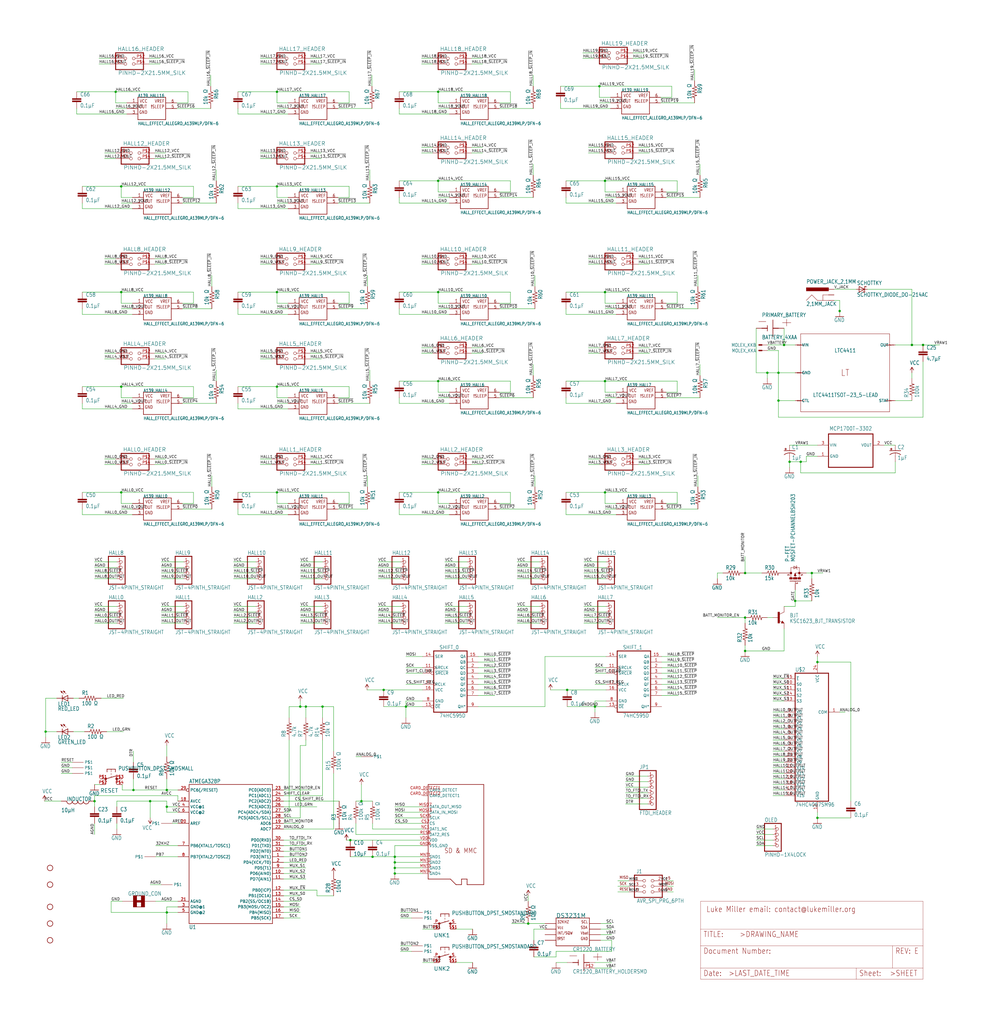
<source format=kicad_sch>
(kicad_sch (version 20211123) (generator eeschema)
  (paper "User" 452.679 467.563)
  (junction (at 180.34 391.16))
  (junction (at 137.16 322.58))
  (junction (at 76.2 368.3))
  (junction (at 276.352 82.55))
  (junction (at 175.26 314.96))
  (junction (at 55.372 133.35))
  (junction (at 55.372 176.53))
  (junction (at 43.18 365.76))
  (junction (at 340.36 261.62))
  (junction (at 200.152 133.35))
  (junction (at 60.96 360.68))
  (junction (at 358.14 157.48))
  (junction (at 126.492 224.79))
  (junction (at 363.22 274.32))
  (junction (at 76.2 416.56))
  (junction (at 126.492 85.09))
  (junction (at 350.52 170.18))
  (junction (at 20.828 334.01))
  (junction (at 259.08 314.96))
  (junction (at 55.372 85.09))
  (junction (at 200.152 224.79))
  (junction (at 200.152 173.99))
  (junction (at 355.6 182.88))
  (junction (at 180.34 396.24))
  (junction (at 165.1 365.76))
  (junction (at 373.38 373.38))
  (junction (at 276.352 224.79))
  (junction (at 126.492 41.91))
  (junction (at 273.812 39.37))
  (junction (at 160.02 383.54))
  (junction (at 126.492 133.35))
  (junction (at 416.56 157.48))
  (junction (at 271.78 322.58))
  (junction (at 200.152 82.55))
  (junction (at 370.84 261.62))
  (junction (at 139.7 322.58))
  (junction (at 340.36 297.18))
  (junction (at 180.34 398.78))
  (junction (at 52.832 41.91))
  (junction (at 360.68 210.82))
  (junction (at 241.3 421.64))
  (junction (at 68.58 365.76))
  (junction (at 276.352 173.99))
  (junction (at 355.6 170.18))
  (junction (at 76.2 360.68))
  (junction (at 200.152 41.91))
  (junction (at 147.32 322.58))
  (junction (at 185.42 322.58))
  (junction (at 373.38 302.26))
  (junction (at 180.34 393.7))
  (junction (at 421.64 157.48))
  (junction (at 365.76 210.82))
  (junction (at 276.352 133.35))
  (junction (at 170.18 391.16))
  (junction (at 340.36 281.94))
  (junction (at 55.372 224.79))
  (junction (at 383.54 141.986))
  (junction (at 126.492 176.53))
  (wire (pts (xy 53.34 365.76) (xy 53.34 368.3)))
  (wire (pts (xy 85.852 41.91) (xy 52.832 41.91)))
  (wire (pts (xy 278.892 46.99) (xy 273.812 46.99)))
  (wire (pts (xy 228.092 229.87) (xy 233.172 229.87)))
  (wire (pts (xy 81.28 365.76) (xy 81.28 363.22)))
  (wire (pts (xy 306.832 39.37) (xy 273.812 39.37)))
  (wire (pts (xy 281.432 87.63) (xy 276.352 87.63)))
  (wire (pts (xy 241.3 421.64) (xy 233.68 421.64)))
  (wire (pts (xy 129.54 408.94) (xy 137.16 408.94)))
  (wire (pts (xy 159.512 90.17) (xy 159.512 85.09)))
  (wire (pts (xy 85.852 46.99) (xy 85.852 41.91)))
  (wire (pts (xy 116.84 264.16) (xy 106.68 264.16)))
  (wire (pts (xy 281.432 184.15) (xy 258.572 184.15)))
  (wire (pts (xy 228.092 90.17) (xy 243.586 90.17)))
  (wire (pts (xy 353.06 383.54) (xy 345.44 383.54)))
  (wire (pts (xy 368.3 261.62) (xy 370.84 261.62)))
  (wire (pts (xy 215.392 158.75) (xy 220.472 158.75)))
  (wire (pts (xy 68.58 373.38) (xy 68.58 365.76)))
  (wire (pts (xy 131.572 229.87) (xy 126.492 229.87)))
  (wire (pts (xy 165.1 345.44) (xy 162.56 345.44)))
  (wire (pts (xy 193.04 370.84) (xy 180.34 370.84)))
  (wire (pts (xy 182.372 143.51) (xy 182.372 140.97)))
  (wire (pts (xy 276.86 259.08) (xy 266.7 259.08)))
  (wire (pts (xy 276.86 304.8) (xy 271.78 304.8)))
  (wire (pts (xy 276.86 276.86) (xy 266.7 276.86)))
  (wire (pts (xy 309.372 229.87) (xy 309.372 224.79)))
  (wire (pts (xy 241.3 411.48) (xy 241.3 408.94)))
  (wire (pts (xy 193.04 386.08) (xy 180.34 386.08)))
  (wire (pts (xy 276.352 173.99) (xy 276.352 179.07)))
  (wire (pts (xy 248.92 421.64) (xy 241.3 421.64)))
  (wire (pts (xy 345.44 170.18) (xy 350.52 170.18)))
  (wire (pts (xy 408.94 157.48) (xy 416.56 157.48)))
  (wire (pts (xy 53.34 276.86) (xy 43.18 276.86)))
  (wire (pts (xy 88.392 181.61) (xy 88.392 176.53)))
  (wire (pts (xy 193.04 304.8) (xy 185.42 304.8)))
  (wire (pts (xy 154.432 140.97) (xy 167.894 140.97)))
  (wire (pts (xy 131.572 138.43) (xy 126.492 138.43)))
  (wire (pts (xy 131.572 186.69) (xy 108.712 186.69)))
  (wire (pts (xy 88.392 85.09) (xy 55.372 85.09)))
  (wire (pts (xy 287.274 407.162) (xy 282.194 407.162)))
  (wire (pts (xy 271.78 439.42) (xy 279.4 439.42)))
  (wire (pts (xy 340.36 281.94) (xy 327.66 281.94)))
  (wire (pts (xy 129.54 398.78) (xy 139.7 398.78)))
  (wire (pts (xy 276.86 284.48) (xy 266.7 284.48)))
  (wire (pts (xy 373.38 208.28) (xy 368.3 208.28)))
  (wire (pts (xy 193.04 393.7) (xy 180.34 393.7)))
  (wire (pts (xy 193.04 368.3) (xy 180.34 368.3)))
  (wire (pts (xy 416.56 172.72) (xy 416.56 170.18)))
  (wire (pts (xy 248.92 299.72) (xy 276.86 299.72)))
  (wire (pts (xy 254 436.88) (xy 254 434.34)))
  (wire (pts (xy 358.14 342.9) (xy 353.06 342.9)))
  (wire (pts (xy 83.82 276.86) (xy 73.66 276.86)))
  (wire (pts (xy 159.512 181.61) (xy 159.512 176.53)))
  (wire (pts (xy 129.54 368.3) (xy 144.78 368.3)))
  (wire (pts (xy 60.452 181.61) (xy 55.372 181.61)))
  (wire (pts (xy 370.84 261.62) (xy 375.92 261.62)))
  (wire (pts (xy 215.392 118.11) (xy 220.472 118.11)))
  (wire (pts (xy 228.092 87.63) (xy 233.172 87.63)))
  (wire (pts (xy 165.1 365.76) (xy 165.1 358.14)))
  (wire (pts (xy 80.772 46.99) (xy 85.852 46.99)))
  (wire (pts (xy 88.392 176.53) (xy 55.372 176.53)))
  (wire (pts (xy 70.612 209.55) (xy 75.692 209.55)))
  (wire (pts (xy 159.512 85.09) (xy 126.492 85.09)))
  (wire (pts (xy 208.28 424.18) (xy 215.9 424.18)))
  (wire (pts (xy 273.812 69.85) (xy 268.732 69.85)))
  (wire (pts (xy 205.232 138.43) (xy 200.152 138.43)))
  (wire (pts (xy 131.572 232.41) (xy 126.492 232.41)))
  (wire (pts (xy 345.44 149.86) (xy 345.44 170.18)))
  (wire (pts (xy 116.84 259.08) (xy 106.68 259.08)))
  (wire (pts (xy 421.64 165.1) (xy 421.64 190.5)))
  (wire (pts (xy 388.62 365.76) (xy 388.62 302.26)))
  (wire (pts (xy 132.08 322.58) (xy 137.16 322.58)))
  (wire (pts (xy 205.232 87.63) (xy 200.152 87.63)))
  (wire (pts (xy 53.34 264.16) (xy 43.18 264.16)))
  (wire (pts (xy 243.84 436.88) (xy 254 436.88)))
  (wire (pts (xy 198.12 424.18) (xy 193.04 424.18)))
  (wire (pts (xy 301.752 46.99) (xy 317.246 46.99)))
  (wire (pts (xy 37.592 186.69) (xy 37.592 184.15)))
  (wire (pts (xy 233.172 46.99) (xy 233.172 41.91)))
  (wire (pts (xy 309.372 224.79) (xy 276.352 224.79)))
  (wire (pts (xy 248.92 424.18) (xy 243.84 424.18)))
  (wire (pts (xy 258.572 234.95) (xy 258.572 232.41)))
  (wire (pts (xy 20.828 334.01) (xy 20.828 336.55)))
  (wire (pts (xy 200.152 224.79) (xy 200.152 229.87)))
  (wire (pts (xy 358.14 363.22) (xy 353.06 363.22)))
  (wire (pts (xy 88.392 133.35) (xy 55.372 133.35)))
  (wire (pts (xy 55.372 133.35) (xy 55.372 138.43)))
  (wire (pts (xy 276.352 224.79) (xy 258.572 224.79)))
  (wire (pts (xy 53.34 281.94) (xy 43.18 281.94)))
  (wire (pts (xy 169.926 39.37) (xy 169.926 34.29)))
  (wire (pts (xy 182.88 284.48) (xy 172.72 284.48)))
  (wire (pts (xy 358.14 347.98) (xy 353.06 347.98)))
  (wire (pts (xy 358.14 332.74) (xy 353.06 332.74)))
  (wire (pts (xy 246.38 256.54) (xy 236.22 256.54)))
  (wire (pts (xy 279.4 434.34) (xy 279.4 429.26)))
  (wire (pts (xy 408.94 182.88) (xy 416.56 182.88)))
  (wire (pts (xy 276.86 314.96) (xy 259.08 314.96)))
  (wire (pts (xy 182.372 234.95) (xy 182.372 232.41)))
  (wire (pts (xy 147.32 281.94) (xy 137.16 281.94)))
  (wire (pts (xy 37.592 234.95) (xy 37.592 232.41)))
  (wire (pts (xy 273.812 161.29) (xy 268.732 161.29)))
  (wire (pts (xy 129.54 419.1) (xy 137.16 419.1)))
  (wire (pts (xy 358.14 353.06) (xy 353.06 353.06)))
  (wire (pts (xy 83.312 181.61) (xy 88.392 181.61)))
  (wire (pts (xy 281.432 181.61) (xy 276.352 181.61)))
  (wire (pts (xy 408.94 215.9) (xy 365.76 215.9)))
  (wire (pts (xy 215.392 120.65) (xy 220.472 120.65)))
  (wire (pts (xy 126.492 133.35) (xy 126.492 138.43)))
  (wire (pts (xy 141.732 26.67) (xy 146.812 26.67)))
  (wire (pts (xy 215.392 212.09) (xy 220.472 212.09)))
  (wire (pts (xy 57.912 52.07) (xy 35.052 52.07)))
  (wire (pts (xy 259.08 314.96) (xy 251.46 314.96)))
  (wire (pts (xy 152.4 322.58) (xy 147.32 322.58)))
  (wire (pts (xy 388.62 302.26) (xy 373.38 302.26)))
  (wire (pts (xy 154.432 46.99) (xy 159.512 46.99)))
  (wire (pts (xy 302.26 302.26) (xy 309.88 302.26)))
  (wire (pts (xy 152.4 378.46) (xy 152.4 353.06)))
  (wire (pts (xy 88.392 90.17) (xy 88.392 85.09)))
  (wire (pts (xy 358.14 360.68) (xy 353.06 360.68)))
  (wire (pts (xy 162.56 365.76) (xy 165.1 365.76)))
  (wire (pts (xy 271.78 441.96) (xy 279.4 441.96)))
  (wire (pts (xy 141.732 69.85) (xy 146.812 69.85)))
  (wire (pts (xy 363.22 182.88) (xy 355.6 182.88)))
  (wire (pts (xy 83.82 259.08) (xy 73.66 259.08)))
  (wire (pts (xy 168.91 82.55) (xy 168.91 77.47)))
  (wire (pts (xy 131.572 143.51) (xy 108.712 143.51)))
  (wire (pts (xy 291.592 118.11) (xy 296.672 118.11)))
  (wire (pts (xy 123.952 120.65) (xy 118.872 120.65)))
  (wire (pts (xy 76.2 345.44) (xy 76.2 340.36)))
  (wire (pts (xy 197.612 69.85) (xy 192.532 69.85)))
  (wire (pts (xy 60.452 184.15) (xy 55.372 184.15)))
  (wire (pts (xy 141.732 163.83) (xy 146.812 163.83)))
  (wire (pts (xy 281.432 143.51) (xy 258.572 143.51)))
  (wire (pts (xy 193.04 314.96) (xy 175.26 314.96)))
  (wire (pts (xy 55.88 360.68) (xy 55.88 358.14)))
  (wire (pts (xy 175.26 314.96) (xy 167.64 314.96)))
  (wire (pts (xy 360.68 210.82) (xy 360.68 213.36)))
  (wire (pts (xy 233.172 138.43) (xy 233.172 133.35)))
  (wire (pts (xy 358.14 358.14) (xy 353.06 358.14)))
  (wire (pts (xy 246.38 276.86) (xy 236.22 276.86)))
  (wire (pts (xy 205.232 229.87) (xy 200.152 229.87)))
  (wire (pts (xy 129.54 414.02) (xy 137.16 414.02)))
  (wire (pts (xy 60.452 232.41) (xy 55.372 232.41)))
  (wire (pts (xy 182.372 184.15) (xy 182.372 181.61)))
  (wire (pts (xy 233.172 41.91) (xy 200.152 41.91)))
  (wire (pts (xy 200.152 173.99) (xy 200.152 179.07)))
  (wire (pts (xy 141.732 161.29) (xy 146.812 161.29)))
  (wire (pts (xy 193.04 307.34) (xy 185.42 307.34)))
  (wire (pts (xy 83.312 90.17) (xy 88.392 90.17)))
  (wire (pts (xy 108.712 95.25) (xy 108.712 92.71)))
  (wire (pts (xy 353.06 378.46) (xy 345.44 378.46)))
  (wire (pts (xy 197.612 29.21) (xy 192.532 29.21)))
  (wire (pts (xy 154.432 229.87) (xy 159.512 229.87)))
  (wire (pts (xy 408.94 210.82) (xy 408.94 215.9)))
  (wire (pts (xy 123.952 118.11) (xy 118.872 118.11)))
  (wire (pts (xy 116.84 279.4) (xy 106.68 279.4)))
  (wire (pts (xy 197.612 120.65) (xy 192.532 120.65)))
  (wire (pts (xy 340.36 294.64) (xy 340.36 297.18)))
  (wire (pts (xy 304.292 87.63) (xy 309.372 87.63)))
  (wire (pts (xy 70.612 120.65) (xy 75.692 120.65)))
  (wire (pts (xy 60.452 92.71) (xy 55.372 92.71)))
  (wire (pts (xy 141.732 72.39) (xy 146.812 72.39)))
  (wire (pts (xy 60.452 90.17) (xy 55.372 90.17)))
  (wire (pts (xy 281.432 140.97) (xy 276.352 140.97)))
  (wire (pts (xy 233.172 173.99) (xy 200.152 173.99)))
  (wire (pts (xy 129.54 411.48) (xy 137.16 411.48)))
  (wire (pts (xy 233.172 82.55) (xy 200.152 82.55)))
  (wire (pts (xy 81.28 370.84) (xy 76.2 370.84)))
  (wire (pts (xy 273.812 39.37) (xy 256.032 39.37)))
  (wire (pts (xy 304.292 181.61) (xy 319.786 181.61)))
  (wire (pts (xy 228.092 49.53) (xy 243.586 49.53)))
  (wire (pts (xy 215.392 161.29) (xy 220.472 161.29)))
  (wire (pts (xy 373.38 370.84) (xy 373.38 373.38)))
  (wire (pts (xy 355.6 160.02) (xy 355.6 170.18)))
  (wire (pts (xy 126.492 85.09) (xy 126.492 90.17)))
  (wire (pts (xy 141.732 212.09) (xy 146.812 212.09)))
  (wire (pts (xy 81.28 368.3) (xy 76.2 368.3)))
  (wire (pts (xy 126.492 41.91) (xy 126.492 46.99)))
  (wire (pts (xy 131.572 181.61) (xy 126.492 181.61)))
  (wire (pts (xy 160.02 383.54) (xy 193.04 383.54)))
  (wire (pts (xy 309.372 173.99) (xy 276.352 173.99)))
  (wire (pts (xy 218.44 309.88) (xy 226.06 309.88)))
  (wire (pts (xy 129.54 388.62) (xy 139.7 388.62)))
  (wire (pts (xy 274.32 424.18) (xy 279.4 424.18)))
  (wire (pts (xy 182.88 281.94) (xy 172.72 281.94)))
  (wire (pts (xy 291.592 158.75) (xy 296.672 158.75)))
  (wire (pts (xy 187.96 431.8) (xy 182.88 431.8)))
  (wire (pts (xy 291.592 212.09) (xy 296.672 212.09)))
  (wire (pts (xy 287.274 402.082) (xy 282.194 402.082)))
  (wire (pts (xy 276.86 264.16) (xy 266.7 264.16)))
  (wire (pts (xy 305.054 404.622) (xy 307.594 404.622)))
  (wire (pts (xy 388.62 373.38) (xy 373.38 373.38)))
  (wire (pts (xy 302.26 317.5) (xy 309.88 317.5)))
  (wire (pts (xy 276.86 322.58) (xy 271.78 322.58)))
  (wire (pts (xy 33.02 353.06) (xy 27.94 353.06)))
  (wire (pts (xy 350.52 160.02) (xy 355.6 160.02)))
  (wire (pts (xy 170.18 391.16) (xy 180.34 391.16)))
  (wire (pts (xy 213.36 279.4) (xy 203.2 279.4)))
  (wire (pts (xy 304.292 138.43) (xy 309.372 138.43)))
  (wire (pts (xy 144.78 406.4) (xy 144.78 408.94)))
  (wire (pts (xy 52.832 41.91) (xy 52.832 46.99)))
  (wire (pts (xy 233.172 224.79) (xy 200.152 224.79)))
  (wire (pts (xy 88.392 224.79) (xy 55.372 224.79)))
  (wire (pts (xy 52.832 69.85) (xy 47.752 69.85)))
  (wire (pts (xy 244.348 222.25) (xy 244.348 217.17)))
  (wire (pts (xy 256.032 49.53) (xy 256.032 46.99)))
  (wire (pts (xy 60.452 140.97) (xy 55.372 140.97)))
  (wire (pts (xy 53.34 284.48) (xy 43.18 284.48)))
  (wire (pts (xy 302.26 307.34) (xy 309.88 307.34)))
  (wire (pts (xy 167.894 130.81) (xy 167.894 125.73)))
  (wire (pts (xy 76.2 360.68) (xy 60.96 360.68)))
  (wire (pts (xy 213.36 284.48) (xy 203.2 284.48)))
  (wire (pts (xy 358.14 327.66) (xy 353.06 327.66)))
  (wire (pts (xy 159.512 229.87) (xy 159.512 224.79)))
  (wire (pts (xy 98.806 173.99) (xy 98.806 168.91)))
  (wire (pts (xy 358.14 314.96) (xy 353.06 314.96)))
  (wire (pts (xy 126.492 224.79) (xy 126.492 229.87)))
  (wire (pts (xy 350.52 281.94) (xy 353.06 281.94)))
  (wire (pts (xy 71.12 411.48) (xy 81.28 411.48)))
  (wire (pts (xy 80.772 49.53) (xy 96.266 49.53)))
  (wire (pts (xy 159.512 224.79) (xy 126.492 224.79)))
  (wire (pts (xy 147.32 256.54) (xy 137.16 256.54)))
  (wire (pts (xy 167.894 222.25) (xy 167.894 217.17)))
  (wire (pts (xy 68.072 29.21) (xy 73.152 29.21)))
  (wire (pts (xy 200.152 82.55) (xy 182.372 82.55)))
  (wire (pts (xy 123.952 163.83) (xy 118.872 163.83)))
  (wire (pts (xy 205.232 181.61) (xy 200.152 181.61)))
  (wire (pts (xy 358.14 312.42) (xy 353.06 312.42)))
  (wire (pts (xy 57.912 49.53) (xy 52.832 49.53)))
  (wire (pts (xy 182.88 259.08) (xy 172.72 259.08)))
  (wire (pts (xy 131.572 234.95) (xy 108.712 234.95)))
  (wire (pts (xy 126.492 85.09) (xy 108.712 85.09)))
  (wire (pts (xy 355.6 182.88) (xy 355.6 170.18)))
  (wire (pts (xy 319.786 80.01) (xy 319.786 74.93)))
  (wire (pts (xy 123.952 209.55) (xy 118.872 209.55)))
  (wire (pts (xy 96.266 39.37) (xy 96.266 34.29)))
  (wire (pts (xy 363.22 157.48) (xy 358.14 157.48)))
  (wire (pts (xy 116.84 284.48) (xy 106.68 284.48)))
  (wire (pts (xy 60.452 143.51) (xy 37.592 143.51)))
  (wire (pts (xy 276.86 281.94) (xy 266.7 281.94)))
  (wire (pts (xy 215.392 69.85) (xy 220.472 69.85)))
  (wire (pts (xy 27.94 365.76) (xy 20.32 365.76)))
  (wire (pts (xy 276.352 133.35) (xy 258.572 133.35)))
  (wire (pts (xy 129.54 396.24) (xy 139.7 396.24)))
  (wire (pts (xy 233.172 229.87) (xy 233.172 224.79)))
  (wire (pts (xy 200.152 173.99) (xy 182.372 173.99)))
  (wire (pts (xy 200.152 224.79) (xy 182.372 224.79)))
  (wire (pts (xy 276.86 279.4) (xy 266.7 279.4)))
  (wire (pts (xy 295.91 354.33) (xy 285.75 354.33)))
  (wire (pts (xy 289.052 26.67) (xy 294.132 26.67)))
  (wire (pts (xy 137.16 322.58) (xy 137.16 320.04)))
  (wire (pts (xy 365.76 215.9) (xy 365.76 210.82)))
  (wire (pts (xy 126.492 176.53) (xy 126.492 181.61)))
  (wire (pts (xy 83.82 256.54) (xy 73.66 256.54)))
  (wire (pts (xy 48.768 334.01) (xy 56.388 334.01)))
  (wire (pts (xy 81.28 360.68) (xy 76.2 360.68)))
  (wire (pts (xy 276.86 312.42) (xy 271.78 312.42)))
  (wire (pts (xy 248.92 322.58) (xy 248.92 299.72)))
  (wire (pts (xy 358.14 287.02) (xy 358.14 297.18)))
  (wire (pts (xy 291.592 209.55) (xy 296.672 209.55)))
  (wire (pts (xy 108.712 143.51) (xy 108.712 140.97)))
  (wire (pts (xy 416.56 132.08) (xy 416.56 157.48)))
  (wire (pts (xy 68.072 26.67) (xy 73.152 26.67)))
  (wire (pts (xy 123.952 212.09) (xy 118.872 212.09)))
  (wire (pts (xy 139.7 340.36) (xy 139.7 337.82)))
  (wire (pts (xy 276.352 82.55) (xy 258.572 82.55)))
  (wire (pts (xy 228.092 46.99) (xy 233.172 46.99)))
  (wire (pts (xy 83.312 138.43) (xy 88.392 138.43)))
  (wire (pts (xy 259.08 439.42) (xy 254 439.42)))
  (wire (pts (xy 205.232 90.17) (xy 200.152 90.17)))
  (wire (pts (xy 358.14 345.44) (xy 353.06 345.44)))
  (wire (pts (xy 309.372 179.07) (xy 309.372 173.99)))
  (wire (pts (xy 233.172 179.07) (xy 233.172 173.99)))
  (wire (pts (xy 365.76 210.82) (xy 360.68 210.82)))
  (wire (pts (xy 276.352 133.35) (xy 276.352 138.43)))
  (wire (pts (xy 147.32 276.86) (xy 137.16 276.86)))
  (wire (pts (xy 383.54 325.12) (xy 386.08 325.12)))
  (wire (pts (xy 147.32 259.08) (xy 137.16 259.08)))
  (wire (pts (xy 25.908 334.01) (xy 20.828 334.01)))
  (wire (pts (xy 52.832 72.39) (xy 47.752 72.39)))
  (wire (pts (xy 123.952 29.21) (xy 118.872 29.21)))
  (wire (pts (xy 228.092 232.41) (xy 244.348 232.41)))
  (wire (pts (xy 154.432 181.61) (xy 159.512 181.61)))
  (wire (pts (xy 295.91 356.87) (xy 285.75 356.87)))
  (wire (pts (xy 205.232 52.07) (xy 182.372 52.07)))
  (wire (pts (xy 108.712 234.95) (xy 108.712 232.41)))
  (wire (pts (xy 291.592 67.31) (xy 296.672 67.31)))
  (wire (pts (xy 96.774 222.25) (xy 96.774 217.17)))
  (wire (pts (xy 363.22 170.18) (xy 355.6 170.18)))
  (wire (pts (xy 76.2 416.56) (xy 76.2 421.64)))
  (wire (pts (xy 81.28 375.92) (xy 78.74 375.92)))
  (wire (pts (xy 129.54 416.56) (xy 137.16 416.56)))
  (wire (pts (xy 276.352 224.79) (xy 276.352 229.87)))
  (wire (pts (xy 129.54 363.22) (xy 147.32 363.22)))
  (wire (pts (xy 363.22 276.86) (xy 363.22 274.32)))
  (wire (pts (xy 50.292 26.67) (xy 45.212 26.67)))
  (wire (pts (xy 381 137.16) (xy 383.54 137.16)))
  (wire (pts (xy 317.246 36.83) (xy 317.246 31.75)))
  (wire (pts (xy 83.312 92.71) (xy 98.806 92.71)))
  (wire (pts (xy 129.54 391.16) (xy 139.7 391.16)))
  (wire (pts (xy 76.2 416.56) (xy 50.8 416.56)))
  (wire (pts (xy 154.432 232.41) (xy 167.894 232.41)))
  (wire (pts (xy 205.232 92.71) (xy 182.372 92.71)))
  (wire (pts (xy 358.14 337.82) (xy 353.06 337.82)))
  (wire (pts (xy 129.54 406.4) (xy 144.78 406.4)))
  (wire (pts (xy 55.372 176.53) (xy 55.372 181.61)))
  (wire (pts (xy 358.14 320.04) (xy 353.06 320.04)))
  (wire (pts (xy 70.612 118.11) (xy 75.692 118.11)))
  (wire (pts (xy 43.18 375.92) (xy 43.18 381)))
  (wire (pts (xy 52.832 163.83) (xy 47.752 163.83)))
  (wire (pts (xy 144.78 408.94) (xy 152.4 408.94)))
  (wire (pts (xy 52.832 161.29) (xy 47.752 161.29)))
  (wire (pts (xy 295.91 364.49) (xy 285.75 364.49)))
  (wire (pts (xy 60.452 229.87) (xy 55.372 229.87)))
  (wire (pts (xy 233.172 133.35) (xy 200.152 133.35)))
  (wire (pts (xy 123.952 69.85) (xy 118.872 69.85)))
  (wire (pts (xy 355.6 190.5) (xy 355.6 182.88)))
  (wire (pts (xy 271.78 325.12) (xy 271.78 322.58)))
  (wire (pts (xy 228.092 138.43) (xy 233.172 138.43)))
  (wire (pts (xy 193.04 322.58) (xy 185.42 322.58)))
  (wire (pts (xy 162.56 381) (xy 162.56 375.92)))
  (wire (pts (xy 52.832 41.91) (xy 35.052 41.91)))
  (wire (pts (xy 373.38 302.26) (xy 373.38 299.72)))
  (wire (pts (xy 273.812 120.65) (xy 268.732 120.65)))
  (wire (pts (xy 35.052 52.07) (xy 35.052 49.53)))
  (wire (pts (xy 187.96 434.34) (xy 182.88 434.34)))
  (wire (pts (xy 52.832 118.11) (xy 47.752 118.11)))
  (wire (pts (xy 132.08 370.84) (xy 132.08 337.82)))
  (wire (pts (xy 108.712 52.07) (xy 108.712 49.53)))
  (wire (pts (xy 218.44 299.72) (xy 226.06 299.72)))
  (wire (pts (xy 182.88 256.54) (xy 172.72 256.54)))
  (wire (pts (xy 137.16 340.36) (xy 139.7 340.36)))
  (wire (pts (xy 218.44 302.26) (xy 226.06 302.26)))
  (wire (pts (xy 281.432 232.41) (xy 276.352 232.41)))
  (wire (pts (xy 53.34 279.4) (xy 43.18 279.4)))
  (wire (pts (xy 141.732 29.21) (xy 146.812 29.21)))
  (wire (pts (xy 141.732 209.55) (xy 146.812 209.55)))
  (wire (pts (xy 274.32 421.64) (xy 279.4 421.64)))
  (wire (pts (xy 60.452 138.43) (xy 55.372 138.43)))
  (wire (pts (xy 358.14 340.36) (xy 353.06 340.36)))
  (wire (pts (xy 83.82 279.4) (xy 73.66 279.4)))
  (wire (pts (xy 193.04 373.38) (xy 180.34 373.38)))
  (wire (pts (xy 154.432 90.17) (xy 159.512 90.17)))
  (wire (pts (xy 363.22 274.32) (xy 370.84 274.32)))
  (wire (pts (xy 304.292 90.17) (xy 319.786 90.17)))
  (wire (pts (xy 246.38 264.16) (xy 236.22 264.16)))
  (wire (pts (xy 200.152 133.35) (xy 200.152 138.43)))
  (wire (pts (xy 276.352 173.99) (xy 258.572 173.99)))
  (wire (pts (xy 147.32 327.66) (xy 147.32 322.58)))
  (wire (pts (xy 139.7 327.66) (xy 139.7 322.58)))
  (wire (pts (xy 68.58 365.76) (xy 53.34 365.76)))
  (wire (pts (xy 381 132.08) (xy 391.16 132.08)))
  (wire (pts (xy 185.42 327.66) (xy 185.42 322.58)))
  (wire (pts (xy 278.892 49.53) (xy 256.032 49.53)))
  (wire (pts (xy 182.88 279.4) (xy 172.72 279.4)))
  (wire (pts (xy 154.432 49.53) (xy 169.926 49.53)))
  (wire (pts (xy 37.592 95.25) (xy 37.592 92.71)))
  (wire (pts (xy 340.36 261.62) (xy 340.36 254)))
  (wire (pts (xy 353.06 381) (xy 345.44 381)))
  (wire (pts (xy 246.38 261.62) (xy 236.22 261.62)))
  (wire (pts (xy 318.77 222.25) (xy 318.77 217.17)))
  (wire (pts (xy 25.908 318.77) (xy 20.828 318.77)))
  (wire (pts (xy 33.02 347.98) (xy 27.94 347.98)))
  (wire (pts (xy 123.952 26.67) (xy 118.872 26.67)))
  (wire (pts (xy 53.34 259.08) (xy 43.18 259.08)))
  (wire (pts (xy 340.36 284.48) (xy 340.36 281.94)))
  (wire (pts (xy 278.892 44.45) (xy 273.812 44.45)))
  (wire (pts (xy 197.612 26.67) (xy 192.532 26.67)))
  (wire (pts (xy 370.84 264.16) (xy 370.84 261.62)))
  (wire (pts (xy 73.66 403.86) (xy 68.58 403.86)))
  (wire (pts (xy 83.82 281.94) (xy 73.66 281.94)))
  (wire (pts (xy 33.02 350.52) (xy 27.94 350.52)))
  (wire (pts (xy 200.152 41.91) (xy 200.152 46.99)))
  (wire (pts (xy 205.232 49.53) (xy 200.152 49.53)))
  (wire (pts (xy 276.86 261.62) (xy 266.7 261.62)))
  (wire (pts (xy 305.054 402.082) (xy 307.594 402.082)))
  (wire (pts (xy 38.608 334.01) (xy 33.528 334.01)))
  (wire (pts (xy 281.432 138.43) (xy 276.352 138.43)))
  (wire (pts (xy 218.44 307.34) (xy 226.06 307.34)))
  (wire (pts (xy 301.752 44.45) (xy 306.832 44.45)))
  (wire (pts (xy 302.26 314.96) (xy 309.88 314.96)))
  (wire (pts (xy 159.512 138.43) (xy 159.512 133.35)))
  (wire (pts (xy 358.14 309.88) (xy 353.06 309.88)))
  (wire (pts (xy 213.36 281.94) (xy 203.2 281.94)))
  (wire (pts (xy 309.372 82.55) (xy 276.352 82.55)))
  (wire (pts (xy 246.38 284.48) (xy 236.22 284.48)))
  (wire (pts (xy 60.96 360.68) (xy 60.96 355.6)))
  (wire (pts (xy 368.3 208.28) (xy 368.3 210.82)))
  (wire (pts (xy 81.28 416.56) (xy 76.2 416.56)))
  (wire (pts (xy 60.96 347.98) (xy 60.96 342.9)))
  (wire (pts (xy 243.84 424.18) (xy 243.84 429.26)))
  (wire (pts (xy 170.18 378.46) (xy 170.18 375.92)))
  (wire (pts (xy 81.28 414.02) (xy 76.2 414.02)))
  (wire (pts (xy 205.232 234.95) (xy 182.372 234.95)))
  (wire (pts (xy 131.572 95.25) (xy 108.712 95.25)))
  (wire (pts (xy 318.77 130.81) (xy 318.77 125.73)))
  (wire (pts (xy 309.372 87.63) (xy 309.372 82.55)))
  (wire (pts (xy 159.512 46.99) (xy 159.512 41.91)))
  (wire (pts (xy 306.832 44.45) (xy 306.832 39.37)))
  (wire (pts (xy 131.572 184.15) (xy 126.492 184.15)))
  (wire (pts (xy 205.232 232.41) (xy 200.152 232.41)))
  (wire (pts (xy 180.34 391.16) (xy 180.34 386.08)))
  (wire (pts (xy 246.38 281.94) (xy 236.22 281.94)))
  (wire (pts (xy 131.572 90.17) (xy 126.492 90.17)))
  (wire (pts (xy 43.18 363.22) (xy 43.18 365.76)))
  (wire (pts (xy 83.82 264.16) (xy 73.66 264.16)))
  (wire (pts (xy 421.64 190.5) (xy 355.6 190.5)))
  (wire (pts (xy 358.14 335.28) (xy 353.06 335.28)))
  (wire (pts (xy 158.242 383.54) (xy 160.02 383.54)))
  (wire (pts (xy 416.56 157.48) (xy 421.64 157.48)))
  (wire (pts (xy 197.612 118.11) (xy 192.532 118.11)))
  (wire (pts (xy 200.152 82.55) (xy 200.152 87.63)))
  (wire (pts (xy 180.34 391.16) (xy 180.34 393.7)))
  (wire (pts (xy 83.82 284.48) (xy 73.66 284.48)))
  (wire (pts (xy 200.152 133.35) (xy 182.372 133.35)))
  (wire (pts (xy 70.612 69.85) (xy 75.692 69.85)))
  (wire (pts (xy 358.14 317.5) (xy 353.06 317.5)))
  (wire (pts (xy 182.372 52.07) (xy 182.372 49.53)))
  (wire (pts (xy 273.812 212.09) (xy 268.732 212.09)))
  (wire (pts (xy 215.392 29.21) (xy 220.472 29.21)))
  (wire (pts (xy 218.44 312.42) (xy 226.06 312.42)))
  (wire (pts (xy 182.88 261.62) (xy 172.72 261.62)))
  (wire (pts (xy 131.572 52.07) (xy 108.712 52.07)))
  (wire (pts (xy 213.36 276.86) (xy 203.2 276.86)))
  (wire (pts (xy 215.392 26.67) (xy 220.472 26.67)))
  (wire (pts (xy 129.54 370.84) (xy 132.08 370.84)))
  (wire (pts (xy 187.96 419.1) (xy 182.88 419.1)))
  (wire (pts (xy 60.452 186.69) (xy 37.592 186.69)))
  (wire (pts (xy 228.092 181.61) (xy 243.586 181.61)))
  (wire (pts (xy 81.28 363.22) (xy 43.18 363.22)))
  (wire (pts (xy 243.586 80.01) (xy 243.586 74.93)))
  (wire (pts (xy 302.26 299.72) (xy 309.88 299.72)))
  (wire (pts (xy 137.16 373.38) (xy 137.16 340.36)))
  (wire (pts (xy 276.352 82.55) (xy 276.352 87.63)))
  (wire (pts (xy 96.774 130.81) (xy 96.774 125.73)))
  (wire (pts (xy 271.272 24.13) (xy 266.192 24.13)))
  (wire (pts (xy 131.572 46.99) (xy 126.492 46.99)))
  (wire (pts (xy 327.66 261.62) (xy 327.66 264.16)))
  (wire (pts (xy 76.2 370.84) (xy 76.2 368.3)))
  (wire (pts (xy 358.14 149.86) (xy 358.14 157.48)))
  (wire (pts (xy 358.14 297.18) (xy 340.36 297.18)))
  (wire (pts (xy 55.372 224.79) (xy 55.372 229.87)))
  (wire (pts (xy 197.612 67.31) (xy 192.532 67.31)))
  (wire (pts (xy 55.372 85.09) (xy 55.372 90.17)))
  (wire (pts (xy 208.28 439.42) (xy 215.9 439.42)))
  (wire (pts (xy 228.092 179.07) (xy 233.172 179.07)))
  (wire (pts (xy 116.84 256.54) (xy 106.68 256.54)))
  (wire (pts (xy 182.372 92.71) (xy 182.372 90.17)))
  (wire (pts (xy 129.54 386.08) (xy 139.7 386.08)))
  (wire (pts (xy 60.452 95.25) (xy 37.592 95.25)))
  (wire (pts (xy 129.54 373.38) (xy 137.16 373.38)))
  (wire (pts (xy 287.274 404.622) (xy 282.194 404.622)))
  (wire (pts (xy 215.392 67.31) (xy 220.472 67.31)))
  (wire (pts (xy 88.392 229.87) (xy 88.392 224.79)))
  (wire (pts (xy 131.572 140.97) (xy 126.492 140.97)))
  (wire (pts (xy 45.72 358.14) (xy 43.18 358.14)))
  (wire (pts (xy 129.54 378.46) (xy 152.4 378.46)))
  (wire (pts (xy 281.432 90.17) (xy 276.352 90.17)))
  (wire (pts (xy 218.44 314.96) (xy 226.06 314.96)))
  (wire (pts (xy 205.232 184.15) (xy 182.372 184.15)))
  (wire (pts (xy 309.372 138.43) (xy 309.372 133.35)))
  (wire (pts (xy 273.812 67.31) (xy 268.732 67.31)))
  (wire (pts (xy 154.432 184.15) (xy 168.91 184.15)))
  (wire (pts (xy 182.88 276.86) (xy 172.72 276.86)))
  (wire (pts (xy 57.912 46.99) (xy 52.832 46.99)))
  (wire (pts (xy 147.32 284.48) (xy 137.16 284.48)))
  (wire (pts (xy 273.812 158.75) (xy 268.732 158.75)))
  (wire (pts (xy 70.612 163.83) (xy 75.692 163.83)))
  (wire (pts (xy 302.26 312.42) (xy 309.88 312.42)))
  (wire (pts (xy 347.98 261.62) (xy 340.36 261.62)))
  (wire (pts (xy 187.96 416.56) (xy 182.88 416.56)))
  (wire (pts (xy 193.04 398.78) (xy 180.34 398.78)))
  (wire (pts (xy 358.14 350.52) (xy 353.06 350.52)))
  (wire (pts (xy 273.812 39.37) (xy 273.812 44.45)))
  (wire (pts (xy 37.592 143.51) (xy 37.592 140.97)))
  (wire (pts (xy 185.42 322.58) (xy 185.42 320.04)))
  (wire (pts (xy 233.172 87.63) (xy 233.172 82.55)))
  (wire (pts (xy 76.2 365.76) (xy 68.58 365.76)))
  (wire (pts (xy 70.612 161.29) (xy 75.692 161.29)))
  (wire (pts (xy 197.612 209.55) (xy 192.532 209.55)))
  (wire (pts (xy 304.292 229.87) (xy 309.372 229.87)))
  (wire (pts (xy 355.6 170.18) (xy 350.52 170.18)))
  (wire (pts (xy 55.372 176.53) (xy 37.592 176.53)))
  (wire (pts (xy 198.12 439.42) (xy 193.04 439.42)))
  (wire (pts (xy 152.4 342.9) (xy 152.4 322.58)))
  (wire (pts (xy 129.54 393.7) (xy 139.7 393.7)))
  (wire (pts (xy 50.292 29.21) (xy 45.212 29.21)))
  (wire (pts (xy 141.732 118.11) (xy 146.812 118.11)))
  (wire (pts (xy 373.38 203.2) (xy 360.68 203.2)))
  (wire (pts (xy 193.04 378.46) (xy 170.18 378.46)))
  (wire (pts (xy 131.572 92.71) (xy 126.492 92.71)))
  (wire (pts (xy 53.34 256.54) (xy 43.18 256.54)))
  (wire (pts (xy 258.572 92.71) (xy 258.572 90.17)))
  (wire (pts (xy 147.32 322.58) (xy 139.7 322.58)))
  (wire (pts (xy 182.88 264.16) (xy 172.72 264.16)))
  (wire (pts (xy 271.272 26.67) (xy 266.192 26.67)))
  (wire (pts (xy 291.592 69.85) (xy 296.672 69.85)))
  (wire (pts (xy 175.26 322.58) (xy 185.42 322.58)))
  (wire (pts (xy 254 434.34) (xy 279.4 434.34)))
  (wire (pts (xy 213.36 259.08) (xy 203.2 259.08)))
  (wire (pts (xy 76.2 368.3) (xy 76.2 365.76)))
  (wire (pts (xy 147.32 279.4) (xy 137.16 279.4)))
  (wire (pts (xy 126.492 176.53) (xy 108.712 176.53)))
  (wire (pts (xy 50.8 416.56) (xy 50.8 411.48)))
  (wire (pts (xy 319.786 171.45) (xy 319.786 166.37)))
  (wire (pts (xy 70.612 212.09) (xy 75.692 212.09)))
  (wire (pts (xy 123.952 72.39) (xy 118.872 72.39)))
  (wire (pts (xy 81.28 386.08) (xy 71.12 386.08)))
  (wire (pts (xy 139.7 322.58) (xy 137.16 322.58)))
  (wire (pts (xy 304.292 140.97) (xy 318.77 140.97)))
  (wire (pts (xy 168.91 173.99) (xy 168.91 168.91)))
  (wire (pts (xy 193.04 375.92) (xy 180.34 375.92)))
  (wire (pts (xy 258.572 143.51) (xy 258.572 140.97)))
  (wire (pts (xy 213.36 256.54) (xy 203.2 256.54)))
  (wire (pts (xy 383.54 141.986) (xy 383.54 142.24)))
  (wire (pts (xy 302.26 309.88) (xy 309.88 309.88)))
  (wire (pts (xy 291.592 161.29) (xy 296.672 161.29)))
  (wire (pts (xy 55.372 85.09) (xy 37.592 85.09)))
  (wire (pts (xy 159.512 133.35) (xy 126.492 133.35)))
  (wire (pts (xy 193.04 320.04) (xy 185.42 320.04)))
  (wire (pts (xy 52.832 212.09) (xy 47.752 212.09)))
  (wire (pts (xy 295.91 367.03) (xy 285.75 367.03)))
  (wire (pts (xy 274.32 426.72) (xy 279.4 426.72)))
  (wire (pts (xy 289.052 24.13) (xy 294.132 24.13)))
  (wire (pts (xy 98.806 82.55) (xy 98.806 77.47)))
  (wire (pts (xy 295.91 361.95) (xy 285.75 361.95)))
  (wire (pts (xy 20.828 318.77) (xy 20.828 334.01)))
  (wire (pts (xy 353.06 386.08) (xy 345.44 386.08)))
  (wire (pts (xy 358.14 157.48) (xy 350.52 157.48)))
  (wire (pts (xy 218.44 317.5) (xy 226.06 317.5)))
  (wire (pts (xy 243.586 39.37) (xy 243.586 34.29)))
  (wire (pts (xy 83.312 232.41) (xy 96.774 232.41)))
  (wire (pts (xy 193.04 312.42) (xy 185.42 312.42)))
  (wire (pts (xy 330.2 261.62) (xy 327.66 261.62)))
  (wire (pts (xy 302.26 304.8) (xy 309.88 304.8)))
  (wire (pts (xy 131.572 49.53) (xy 126.492 49.53)))
  (wire (pts (xy 129.54 360.68) (xy 142.24 360.68)))
  (wire (pts (xy 83.312 229.87) (xy 88.392 229.87)))
  (wire (pts (xy 147.32 363.22) (xy 147.32 337.82)))
  (wire (pts (xy 358.14 355.6) (xy 353.06 355.6)))
  (wire (pts (xy 358.14 276.86) (xy 363.22 276.86)))
  (wire (pts (xy 271.78 322.58) (xy 271.78 320.04)))
  (wire (pts (xy 129.54 365.76) (xy 154.94 365.76)))
  (wire (pts (xy 258.572 184.15) (xy 258.572 181.61)))
  (wire (pts (xy 123.952 161.29) (xy 118.872 161.29)))
  (wire (pts (xy 358.14 330.2) (xy 353.06 330.2)))
  (wire (pts (xy 193.04 299.72) (xy 185.42 299.72)))
  (wire (pts (xy 218.44 304.8) (xy 226.06 304.8)))
  (wire (pts (xy 126.492 224.79) (xy 108.712 224.79)))
  (wire (pts (xy 218.44 322.58) (xy 248.92 322.58)))
  (wire (pts (xy 197.612 161.29) (xy 192.532 161.29)))
  (wire (pts (xy 259.08 322.58) (xy 271.78 322.58)))
  (wire (pts (xy 246.38 259.08) (xy 236.22 259.08)))
  (wire (pts (xy 116.84 281.94) (xy 106.68 281.94)))
  (wire (pts (xy 421.64 157.48) (xy 429.26 157.48)))
  (wire (pts (xy 55.372 133.35) (xy 37.592 133.35)))
  (wire (pts (xy 200.152 41.91) (xy 182.372 41.91)))
  (wire (pts (xy 141.732 120.65) (xy 146.812 120.65)))
  (wire (pts (xy 291.592 120.65) (xy 296.672 120.65)))
  (wire (pts (xy 126.492 41.91) (xy 108.712 41.91)))
  (wire (pts (xy 244.348 130.81) (xy 244.348 125.73)))
  (wire (pts (xy 126.492 133.35) (xy 108.712 133.35)))
  (wire (pts (xy 129.54 401.32) (xy 139.7 401.32)))
  (wire (pts (xy 276.86 320.04) (xy 271.78 320.04)))
  (wire (pts (xy 129.54 375.92) (xy 137.16 375.92)))
  (wire (pts (xy 304.292 179.07) (xy 309.372 179.07)))
  (wire (pts (xy 358.14 325.12) (xy 353.06 325.12)))
  (wire (pts (xy 170.18 391.16) (xy 160.02 391.16)))
  (wire (pts (xy 281.432 179.07) (xy 276.352 179.07)))
  (wire (pts (xy 193.04 391.16) (xy 180.34 391.16)))
  (wire (pts (xy 403.86 203.2) (xy 408.94 203.2)))
  (wire (pts (xy 76.2 360.68) (xy 76.2 355.6)))
  (wire (pts (xy 52.832 209.55) (xy 47.752 209.55)))
  (wire (pts (xy 147.32 264.16) (xy 137.16 264.16)))
  (wire (pts (xy 197.612 158.75) (xy 192.532 158.75)))
  (wire (pts (xy 205.232 179.07) (xy 200.152 179.07)))
  (wire (pts (xy 88.392 138.43) (xy 88.392 133.35)))
  (wire (pts (xy 170.18 365.76) (xy 165.1 365.76)))
  (wire (pts (xy 205.232 140.97) (xy 200.152 140.97)))
  (wire (pts (xy 273.812 118.11) (xy 268.732 118.11)))
  (wire (pts (xy 213.36 264.16) (xy 203.2 264.16)))
  (wire (pts (xy 180.34 393.7) (xy 180.34 396.24)))
  (wire (pts (xy 350.52 170.18) (xy 350.52 172.72)))
  (wire (pts (xy 281.432 92.71) (xy 258.572 92.71)))
  (wire (pts (xy 274.32 429.26) (xy 279.4 429.26)))
  (wire (pts (xy 295.91 359.41) (xy 285.75 359.41)))
  (wire (pts (xy 396.24 132.08) (xy 416.56 132.08)))
  (wire (pts (xy 276.86 307.34) (xy 271.78 307.34)))
  (wire (pts (xy 205.232 46.99) (xy 200.152 46.99)))
  (wire (pts (xy 53.34 375.92) (xy 53.34 378.46)))
  (wire (pts (xy 193.04 381) (xy 162.56 381)))
  (wire (pts (xy 154.432 92.71) (xy 168.91 92.71)))
  (wire (pts (xy 70.612 72.39) (xy 75.692 72.39)))
  (wire (pts (xy 281.432 234.95) (xy 258.572 234.95)))
  (wire (pts (xy 60.452 234.95) (xy 37.592 234.95)))
  (wire (pts (xy 132.08 327.66) (xy 132.08 322.58)))
  (wire (pts (xy 383.54 137.16) (xy 383.54 141.986)))
  (wire (pts (xy 213.36 261.62) (xy 203.2 261.62)))
  (wire (pts (xy 228.092 140.97) (xy 244.348 140.97)))
  (wire (pts (xy 116.84 261.62) (xy 106.68 261.62)))
  (wire (pts (xy 55.372 224.79) (xy 37.592 224.79)))
  (wire (pts (xy 180.34 396.24) (xy 180.34 398.78)))
  (wire (pts (xy 215.392 209.55) (xy 220.472 209.55)))
  (wire (pts (xy 276.86 256.54) (xy 266.7 256.54)))
  (wire (pts (xy 197.612 212.09) (xy 192.532 212.09)))
  (wire (pts (xy 147.32 261.62) (xy 137.16 261.62)))
  (wire (pts (xy 159.512 176.53) (xy 126.492 176.53)))
  (wire (pts (xy 83.312 184.15) (xy 98.806 184.15)))
  (wire (pts (xy 60.96 360.68) (xy 55.88 360.68)))
  (wire (pts (xy 46.228 318.77) (xy 56.388 318.77)))
  (wire (pts (xy 116.84 276.86) (xy 106.68 276.86)))
  (wire (pts (xy 159.512 41.91) (xy 126.492 41.91)))
  (wire (pts (xy 368.3 210.82) (xy 365.76 210.82)))
  (wire (pts (xy 129.54 383.54) (xy 139.7 383.54)))
  (wire (pts (xy 246.38 279.4) (xy 236.22 279.4)))
  (wire (pts (xy 193.04 396.24) (xy 180.34 396.24)))
  (wire (pts (xy 205.232 143.51) (xy 182.372 143.51)))
  (wire (pts (xy 154.432 138.43) (xy 159.512 138.43)))
  (wire (pts (xy 53.34 261.62) (xy 43.18 261.62)))
  (wire (pts (xy 309.372 133.35) (xy 276.352 133.35)))
  (wire (pts (xy 55.88 411.48) (xy 50.8 411.48)))
  (wire (pts (xy 83.312 140.97) (xy 96.774 140.97)))
  (wire (pts (xy 304.292 232.41) (xy 318.77 232.41)))
  (wire (pts (xy 243.586 171.45) (xy 243.586 166.37)))
  (wire (pts (xy 81.28 391.16) (xy 71.12 391.16)))
  (wire (pts (xy 273.812 209.55) (xy 268.732 209.55)))
  (wire (pts (xy 305.054 407.162) (xy 307.594 407.162)))
  (wire (pts (xy 363.22 274.32) (xy 363.22 269.24)))
  (wire (pts (xy 52.832 120.65) (xy 47.752 120.65)))
  (wire (pts (xy 43.18 365.76) (xy 43.18 368.3)))
  (wire (pts (xy 108.712 186.69) (xy 108.712 184.15)))
  (wire (pts (xy 83.82 261.62) (xy 73.66 261.62)))
  (wire (pts (xy 76.2 414.02) (xy 76.2 416.56)))
  (wire (pts (xy 281.432 229.87) (xy 276.352 229.87)))
  (wire (pts (xy 36.068 318.77) (xy 33.528 318.77)))
  (label "VCC" (at 137.16 256.54 0) (effects (font (size 1.2446 1.2446))))
  (label "HALL17_VOUT" (at 118.872 29.21 0) (effects (font (size 1.2446 1.2446))))
  (label "HALL1_~{SLEEP}" (at 73.66 281.94 0) (effects (font (size 1.2446 1.2446))))
  (label "BATT_MONITOR_EN" (at 129.54 360.68 0) (effects (font (size 1.2446 1.2446))))
  (label "HALL7_~{SLEEP}" (at 266.7 281.94 0) (effects (font (size 1.2446 1.2446))))
  (label "HALL17_VOUT" (at 126.492 49.53 0) (effects (font (size 1.2446 1.2446))))
  (label "MOSI" (at 185.42 299.72 0) (effects (font (size 1.2446 1.2446))))
  (label "HALL16_GND" (at 45.212 26.67 0) (effects (font (size 1.2446 1.2446))))
  (label "HALL10_VOUT" (at 192.532 120.65 0) (effects (font (size 1.2446 1.2446))))
  (label "HALL1_VCC" (at 126.492 224.79 0) (effects (font (size 1.2446 1.2446))))
  (label "HALL7_~{SLEEP_IN}" (at 319.786 171.45 90) (effects (font (size 1.2446 1.2446))))
  (label "AGND" (at 43.18 381 90) (effects (font (size 1.2446 1.2446))))
  (label "AGND" (at 203.2 279.4 0) (effects (font (size 1.2446 1.2446))))
  (label "HALL14_GND" (at 192.532 92.71 0) (effects (font (size 1.2446 1.2446))))
  (label "SCK" (at 132.08 419.1 0) (effects (font (size 1.2446 1.2446))))
  (label "HALL13_OUTPUT" (at 203.2 264.16 0) (effects (font (size 1.2446 1.2446))))
  (label "~{SLEEP10}" (at 228.092 140.97 0) (effects (font (size 1.2446 1.2446))))
  (label "32KHZ" (at 233.68 421.64 0) (effects (font (size 1.2446 1.2446))))
  (label "HALL1_VOUT" (at 126.492 232.41 0) (effects (font (size 1.2446 1.2446))))
  (label "HALL0_~{SLEEP}" (at 220.98 299.72 0) (effects (font (size 1.2446 1.2446))))
  (label "HALL2_OUTPUT" (at 353.06 330.2 0) (effects (font (size 1.2446 1.2446))))
  (label "MISO" (at 287.274 402.082 0) (effects (font (size 1.016 1.016))))
  (label "HALL0_~{SLEEP}" (at 43.18 281.94 0) (effects (font (size 1.2446 1.2446))))
  (label "HALL4_GND" (at 47.752 186.69 0) (effects (font (size 1.2446 1.2446))))
  (label "MISO" (at 132.08 416.56 0) (effects (font (size 1.2446 1.2446))))
  (label "GND" (at 276.86 429.26 0) (effects (font (size 1.2446 1.2446))))
  (label "HALL19_~{SLEEP_IN}" (at 317.246 36.83 90) (effects (font (size 1.2446 1.2446))))
  (label "AGND" (at 137.16 279.4 0) (effects (font (size 1.2446 1.2446))))
  (label "HALL9_GND" (at 118.872 143.51 0) (effects (font (size 1.2446 1.2446))))
  (label "GND" (at 350.52 160.02 0) (effects (font (size 1.2446 1.2446))))
  (label "HALL18_VCC" (at 200.152 41.91 0) (effects (font (size 1.2446 1.2446))))
  (label "HALL14_VOUT" (at 192.532 69.85 0) (effects (font (size 1.2446 1.2446))))
  (label "~{SLEEP19}" (at 301.752 46.99 0) (effects (font (size 1.2446 1.2446))))
  (label "HALL18_~{SLEEP_IN}" (at 243.586 39.37 90) (effects (font (size 1.2446 1.2446))))
  (label "HALL15_~{SLEEP_IN}" (at 291.592 69.85 0) (effects (font (size 1.2446 1.2446))))
  (label "HALL2_~{SLEEP_IN}" (at 215.392 212.09 0) (effects (font (size 1.2446 1.2446))))
  (label "HALL4_~{SLEEP}" (at 172.72 281.94 0) (effects (font (size 1.2446 1.2446))))
  (label "GND" (at 265.43 322.58 0) (effects (font (size 1.2446 1.2446))))
  (label "HALL15_OUTPUT" (at 353.06 363.22 0) (effects (font (size 1.2446 1.2446))))
  (label "PB7" (at 71.12 391.16 0) (effects (font (size 1.2446 1.2446))))
  (label "HALL14_GND" (at 192.532 67.31 0) (effects (font (size 1.2446 1.2446))))
  (label "~{SLEEP17}" (at 154.432 49.53 0) (effects (font (size 1.2446 1.2446))))
  (label "HALL17_VCC" (at 126.492 41.91 0) (effects (font (size 1.2446 1.2446))))
  (label "HALL7_GND" (at 268.732 184.15 0) (effects (font (size 1.2446 1.2446))))
  (label "VCC" (at 285.75 359.41 0) (effects (font (size 1.2446 1.2446))))
  (label "VCC" (at 246.38 424.18 0) (effects (font (size 1.2446 1.2446))))
  (label "RESET" (at 287.274 407.162 0) (effects (font (size 1.016 1.016))))
  (label "HALL3_VCC" (at 291.592 209.55 0) (effects (font (size 1.2446 1.2446))))
  (label "HALL4_VCC" (at 55.372 176.53 0) (effects (font (size 1.2446 1.2446))))
  (label "TO_FTDI_RX" (at 132.08 386.08 0) (effects (font (size 1.2446 1.2446))))
  (label "GND" (at 345.44 378.46 0) (effects (font (size 1.2446 1.2446))))
  (label "VRAW1" (at 363.22 203.2 0) (effects (font (size 1.2446 1.2446))))
  (label "HALL11_GND" (at 268.732 118.11 0) (effects (font (size 1.2446 1.2446))))
  (label "VCC" (at 43.18 256.54 0) (effects (font (size 1.2446 1.2446))))
  (label "~{SLEEP8}" (at 83.312 140.97 0) (effects (font (size 1.2446 1.2446))))
  (label "HALL4_VCC" (at 70.612 161.29 0) (effects (font (size 1.2446 1.2446))))
  (label "HALL7_~{SLEEP_IN}" (at 291.592 161.29 0) (effects (font (size 1.2446 1.2446))))
  (label "HALL7_~{SLEEP}" (at 220.98 317.5 0) (effects (font (size 1.2446 1.2446))))
  (label "AREF" (at 78.74 375.92 0) (effects (font (size 1.2446 1.2446))))
  (label "VCC" (at 305.054 402.082 180) (effects (font (size 1.016 1.016))))
  (label "TO_FTDI_TX" (at 285.75 361.95 0) (effects (font (size 1.2446 1.2446))))
  (label "HALL13_~{SLEEP_IN}" (at 141.732 72.39 0) (effects (font (size 1.2446 1.2446))))
  (label "~{SLEEP3}" (at 304.292 232.41 0) (effects (font (size 1.2446 1.2446))))
  (label "HALL12_~{SLEEP_IN}" (at 70.612 72.39 0) (effects (font (size 1.2446 1.2446))))
  (label "~{SLEEP11}" (at 304.292 140.97 0) (effects (font (size 1.2446 1.2446))))
  (label "~{SLEEP5}" (at 154.432 184.15 0) (effects (font (size 1.2446 1.2446))))
  (label "HALL0_VCC" (at 70.612 209.55 0) (effects (font (size 1.2446 1.2446))))
  (label "HALL16_GND" (at 45.212 52.07 0) (effects (font (size 1.2446 1.2446))))
  (label "HALL18_VCC" (at 215.392 26.67 0) (effects (font (size 1.2446 1.2446))))
  (label "HALL5_~{SLEEP_IN}" (at 168.91 173.99 90) (effects (font (size 1.2446 1.2446))))
  (label "MUX_S3" (at 132.08 401.32 0) (effects (font (size 1.2446 1.2446))))
  (label "HALL16_~{SLEEP_IN}" (at 68.072 29.21 0) (effects (font (size 1.2446 1.2446))))
  (label "HALL15_VCC" (at 276.352 82.55 0) (effects (font (size 1.2446 1.2446))))
  (label "HALL5_~{SLEEP}" (at 203.2 281.94 0) (effects (font (size 1.2446 1.2446))))
  (label "HALL13_~{SLEEP}" (at 304.8 312.42 0) (effects (font (size 1.2446 1.2446))))
  (label "HALL19_VCC" (at 273.812 39.37 0) (effects (font (size 1.2446 1.2446))))
  (label "TO_FTDI_TX" (at 132.08 383.54 0) (effects (font (size 1.2446 1.2446))))
  (label "HALL1_GND" (at 118.872 209.55 0) (effects (font (size 1.2446 1.2446))))
  (label "HALL13_OUTPUT" (at 353.06 358.14 0) (effects (font (size 1.2446 1.2446))))
  (label "SDA" (at 345.44 386.08 0) (effects (font (size 1.2446 1.2446))))
  (label "HALL2_GND" (at 192.532 234.95 0) (effects (font (size 1.2446 1.2446))))
  (label "GND" (at 285.75 354.33 0) (effects (font (size 1.2446 1.2446))))
  (label "HALL5_~{SLEEP}" (at 220.98 312.42 0) (effects (font (size 1.2446 1.2446))))
  (label "SCK" (at 287.274 404.622 0) (effects (font (size 1.016 1.016))))
  (label "HALL11_VCC" (at 291.592 118.11 0) (effects (font (size 1.2446 1.2446))))
  (label "HALL12_VOUT" (at 55.372 92.71 0) (effects (font (size 1.2446 1.2446))))
  (label "HALL9_GND" (at 118.872 118.11 0) (effects (font (size 1.2446 1.2446))))
  (label "HALL7_OUTPUT" (at 266.7 284.48 0) (effects (font (size 1.2446 1.2446))))
  (label "HALL10_GND" (at 192.532 118.11 0) (effects (font (size 1.2446 1.2446))))
  (label "HALL0_VCC" (at 55.372 224.79 0) (effects (font (size 1.2446 1.2446))))
  (label "HALL6_OUTPUT" (at 236.22 284.48 0) (effects (font (size 1.2446 1.2446))))
  (label "HALL3_~{SLEEP}" (at 220.98 307.34 0) (effects (font (size 1.2446 1.2446))))
  (label "HALL17_GND" (at 118.872 26.67 0) (effects (font (size 1.2446 1.2446))))
  (label "HALL8_~{SLEEP}" (at 304.8 299.72 0) (effects (font (size 1.2446 1.2446))))
  (label "AGND" (at 73.66 259.08 0) (effects (font (size 1.2446 1.2446))))
  (label "BUTTON2" (at 132.08 391.16 0) (effects (font (size 1.2446 1.2446))))
  (label "HALL18_GND" (at 192.532 26.67 0) (effects (font (size 1.2446 1.2446))))
  (label "HALL5_GND" (at 118.872 161.29 0) (effects (font (size 1.2446 1.2446))))
  (label "LED_GRN" (at 134.62 368.3 0) (effects (font (size 1.2446 1.2446))))
  (label "VCC" (at 266.7 276.86 0) (effects (font (size 1.2446 1.2446))))
  (label "RESET" (at 66.04 360.68 0) (effects (font (size 1.2446 1.2446))))
  (label "HALL3_~{SLEEP_IN}" (at 291.592 212.09 0) (effects (font (size 1.2446 1.2446))))
  (label "HALL2_~{SLEEP}" (at 106.68 281.94 0) (effects (font (size 1.2446 1.2446))))
  (label "HALL9_~{SLEEP}" (at 304.8 302.26 0) (effects (font (size 1.2446 1.2446))))
  (label "HALL17_VCC" (at 141.732 26.67 0) (effects (font (size 1.2446 1.2446))))
  (label "HALL8_GND" (at 47.752 118.11 0) (effects (font (size 1.2446 1.2446))))
  (label "HALL6_VOUT" (at 200.152 181.61 0) (effects (font (size 1.2446 1.2446))))
  (label "HALL0_GND" (at 47.752 209.55 0) (effects (font (size 1.2446 1.2446))))
  (label "GND" (at 50.8 411.48 0) (effects (font (size 1.2446 1.2446))))
  (label "BUTTON1" (at 182.88 416.56 0) (effects (font (size 1.2446 1.2446))))
  (label "HALL14_~{SLEEP_IN}" (at 215.392 69.85 0) (effects (font (size 1.2446 1.2446))))
  (label "~{SLEEP14}" (at 228.092 90.17 0) (effects (font (size 1.2446 1.2446))))
  (label "HALL19_VCC" (at 289.052 24.13 0) (effects (font (size 1.2446 1.2446))))
  (label "VCC" (at 106.68 256.54 0) (effects (font (size 1.2446 1.2446))))
  (label "CS_SD" (at 180.34 375.92 0) (effects (font (size 1.2446 1.2446))))
  (label "~{SLEEP16}" (at 80.772 49.53 0) (effects (font (size 1.2446 1.2446))))
  (label "HALL0_OUTPUT" (at 43.18 284.48 0) (effects (font (size 1.2446 1.2446))))
  (label "HALL0_GND" (at 47.752 234.95 0) (effects (font (size 1.2446 1.2446))))
  (label "MUX_~{EN}" (at 353.06 309.88 0) (effects (font (size 1.2446 1.2446))))
  (label "HALL3_~{SLEEP}" (at 137.16 281.94 0) (effects (font (size 1.2446 1.2446))))
  (label "HALL3_~{SLEEP_IN}" (at 318.77 222.25 90) (effects (font (size 1.2446 1.2446))))
  (label "HALL14_VCC" (at 215.392 67.31 0) (effects (font (size 1.2446 1.2446))))
  (label "AGND" (at 43.18 259.08 0) (effects (font (size 1.2446 1.2446))))
  (label "HALL13_VOUT" (at 118.872 72.39 0) (effects (font (size 1.2446 1.2446))))
  (label "HALL9_~{SLEEP_IN}" (at 141.732 120.65 0) (effects (font (size 1.2446 1.2446))))
  (label "HALL19_GND" (at 266.192 49.53 0) (effects (font (size 1.2446 1.2446))))
  (label "GND" (at 269.24 322.58 0) (effects (font (size 1.2446 1.2446))))
  (label "HALL8_~{SLEEP_IN}" (at 70.612 120.65 0) (effects (font (size 1.2446 1.2446))))
  (label "HALL7_OUTPUT" (at 353.06 342.9 0) (effects (font (size 1.2446 1.2446))))
  (label "HALL17_~{SLEEP_IN}" (at 169.926 39.37 90) (effects (font (size 1.2446 1.2446))))
  (label "AGND" (at 172.72 279.4 0) (effects (font (size 1.2446 1.2446))))
  (label "HALL11_~{SLEEP_IN}" (at 291.592 120.65 0) (effects (font (size 1.2446 1.2446))))
  (label "HALL7_VOUT" (at 276.352 181.61 0) (effects (font (size 1.2446 1.2446))))
  (label "SCL" (at 129.54 373.38 0) (effects (font (size 1.2446 1.2446))))
  (label "GND" (at 27.94 350.52 0) (effects (font (size 1.2446 1.2446))))
  (label "MUX_S2" (at 132.08 398.78 0) (effects (font (size 1.2446 1.2446))))
  (label "HALL12_~{SLEEP}" (at 172.72 261.62 0) (effects (font (size 1.2446 1.2446))))
  (label "LED_GRN" (at 51.308 334.01 0) (effects (font (size 1.2446 1.2446))))
  (label "HALL1_~{SLEEP_IN}" (at 141.732 212.09 0) (effects (font (size 1.2446 1.2446))))
  (label "HALL3_GND" (at 268.732 234.95 0) (effects (font (size 1.2446 1.2446))))
  (label "VRAW1" (at 426.72 157.48 0) (effects (font (size 1.2446 1.2446))))
  (label "HALL10_~{SLEEP_IN}" (at 215.392 120.65 0) (effects (font (size 1.2446 1.2446))))
  (label "HALL17_GND" (at 118.872 52.07 0) (effects (font (size 1.2446 1.2446))))
  (label "HALL2_~{SLEEP_IN}" (at 244.348 222.25 90) (effects (font (size 1.2446 1.2446))))
  (label "HALL6_VCC" (at 215.392 158.75 0) (effects (font (size 1.2446 1.2446))))
  (label "HALL3_VCC" (at 276.352 224.79 0) (effects (font (size 1.2446 1.2446))))
  (label "HALL10_~{SLEEP}" (at 106.68 261.62 0) (effects (font (size 1.2446 1.2446))))
  (label "AGND" (at 106.68 259.08 0) (effects (font (size 1.2446 1.2446))))
  (label "HALL16_~{SLEEP_IN}" (at 96.266 39.37 90) (effects (font (size 1.2446 1.2446))))
  (label "~{SLEEP4}" (at 83.312 184.15 0) (effects (font (size 1.2446 1.2446))))
  (label "SCL" (at 345.44 383.54 0) (effects (font (size 1.2446 1.2446))))
  (label "BUTTON1" (at 132.08 388.62 0) (effects (font (size 1.2446 1.2446))))
  (label "HALL12_VCC" (at 55.372 85.09 0) (effects (font (size 1.2446 1.2446))))
  (label "HALL15_GND" (at 268.732 67.31 0) (effects (font (size 1.2446 1.2446))))
  (label "HALL8_VCC" (at 55.372 133.35 0) (effects (font (size 1.2446 1.2446))))
  (label "BUTTON2" (at 193.04 439.42 0) (effects (font (size 1.2446 1.2446))))
  (label "HALL2_VCC" (at 215.392 209.55 0) (effects (font (size 1.2446 1.2446))))
  (label "HALL12_GND" (at 47.752 95.25 0) (effects (font (size 1.2446 1.2446))))
  (label "HALL0_~{SLEEP_IN}" (at 96.774 222.25 90) (effects (font (size 1.2446 1.2446))))
  (label "SDA" (at 129.54 370.84 0) (effects (font (size 1.2446 1.2446))))
  (label "HALL12_VCC" (at 70.612 69.85 0) (effects (font (size 1.2446 1.2446))))
  (label "GND" (at 185.42 320.04 0) (effects (font (size 1.2446 1.2446))))
  (label "HALL12_OUTPUT" (at 172.72 264.16 0) (effects (font (size 1.2446 1.2446))))
  (label "HALL13_GND" (at 118.872 95.25 0) (effects (font (size 1.2446 1.2446))))
  (label "HALL2_~{SLEEP}" (at 220.98 304.8 0) (effects (font (size 1.2446 1.2446))))
  (label "HALL14_OUTPUT" (at 236.22 264.16 0) (effects (font (size 1.2446 1.2446))))
  (label "HALL14_OUTPUT" (at 353.06 360.68 0) (effects (font (size 1.2446 1.2446))))
  (label "HALL6_~{SLEEP}" (at 220.98 314.96 0) (effects (font (size 1.2446 1.2446))))
  (label "HALL8_OUTPUT" (at 353.06 345.44 0) (effects (font (size 1.2446 1.2446))))
  (label "VCC" (at 20.32 365.76 0) (effects (font (size 1.2446 1.2446))))
  (label "HALL18_VOUT" (at 200.152 49.53 0) (effects (font (size 1.2446 1.2446))))
  (label "VCC" (at 78.74 368.3 0) (effects (font (size 1.2446 1.2446))))
  (label "HALL15_~{SLEEP}" (at 266.7 261.62 0) (effects (font (size 1.2446 1.2446))))
  (label "HALL5_VCC" (at 141.732 161.29 0) (effects (font (size 1.2446 1.2446))))
  (label "HALL4_VOUT" (at 47.752 163.83 0) (effects (font (size 1.2446 1.2446))))
  (label "HALL6_VOUT" (at 192.532 161.29 0) (effects (font (size 1.2446 1.2446))))
  (label "HALL8_~{SLEEP}" (at 43.18 261.62 0) (effects (font (size 1.2446 1.2446))))
  (label "HALL10_~{SLEEP}" (at 304.8 304.8 0) (effects (font (size 1.2446 1.2446))))
  (label "MOSI" (at 132.08 414.02 0) (effects (font (size 1.2446 1.2446))))
  (label "GND" (at 368.3 208.28 0) (effects (font (size 1.2446 1.2446))))
  (label "VRAW1" (at 373.38 261.62 0) (effects (font (size 1.2446 1.2446))))
  (label "HALL14_~{SLEEP}" (at 236.22 261.62 0) (effects (font (size 1.2446 1.2446))))
  (label "GND" (at 285.75 356.87 0) (effects (font (size 1.2446 1.2446))))
  (label "HALL19_~{SLEEP_IN}" (at 289.052 26.67 0) (effects (font (size 1.2446 1.2446))))
  (label "HALL11_GND" (at 268.732 143.51 0) (effects (font (size 1.2446 1.2446))))
  (label "~{SLEEP9}" (at 154.432 140.97 0) (effects (font (size 1.2446 1.2446))))
  (label "HALL4_~{SLEEP}" (at 220.98 309.88 0) (effects (font (size 1.2446 1.2446))))
  (label "HALL4_~{SLEEP_IN}" (at 70.612 163.83 0) (effects (font (size 1.2446 1.2446))))
  (label "SHIFT_CLEAR" (at 185.42 307.34 0) (effects (font (size 1.2446 1.2446))))
  (label "HALL8_OUTPUT" (at 43.18 264.16 0) (effects (font (size 1.2446 1.2446))))
  (label "AGND" (at 203.2 259.08 0) (effects (font (size 1.2446 1.2446))))
  (label "HALL11_~{SLEEP}" (at 137.16 261.62 0) (effects (font (size 1.2446 1.2446))))
  (label "HALL1_OUTPUT" (at 353.06 327.66 0) (effects (font (size 1.2446 1.2446))))
  (label "ANALOG_0" (at 383.54 325.12 0) (effects (font (size 1.2446 1.2446))))
  (label "HALL11_VCC" (at 276.352 133.35 0) (effects (font (size 1.2446 1.2446))))
  (label "HALL15_VOUT" (at 268.732 69.85 0) (effects (font (size 1.2446 1.2446))))
  (label "HALL14_VCC" (at 200.152 82.55 0) (effects (font (size 1.2446 1.2446))))
  (label "HALL18_VOUT" (at 192.532 29.21 0) (effects (font (size 1.2446 1.2446))))
  (label "BATT_MONITOR" (at 340.36 256.54 90) (effects (font (size 1.2446 1.2446))))
  (label "HALL1_~{SLEEP_IN}" (at 167.894 222.25 90) (effects (font (size 1.2446 1.2446))))
  (label "HALL0_VOUT" (at 55.372 232.41 0) (effects (font (size 1.2446 1.2446))))
  (label "HALL1_~{SLEEP}" (at 220.98 302.26 0) (effects (font (size 1.2446 1.2446))))
  (label "VCC" (at 43.18 276.86 0) (effects (font (size 1.2446 1.2446))))
  (label "HALL6_~{SLEEP}" (at 236.22 281.94 0) (effects (font (size 1.2446 1.2446))))
  (label "~{SLEEP1}" (at 154.432 232.41 0) (effects (font (size 1.2446 1.2446))))
  (label "HALL12_~{SLEEP}" (at 304.8 309.88 0) (effects (font (size 1.2446 1.2446))))
  (label "HALL3_VOUT" (at 276.352 232.41 0) (effects (font (size 1.2446 1.2446))))
  (label "V_JACK" (at 381 132.08 0) (effects (font (size 1.2446 1.2446))))
  (label "HALL11_~{SLEEP}" (at 304.8 307.34 0) (effects (font (size 1.2446 1.2446))))
  (label "VCC" (at 73.66 256.54 0) (effects (font (size 1.2446 1.2446))))
  (label "HALL3_GND" (at 268.732 209.55 0) (effects (font (size 1.2446 1.2446))))
  (label "32KHZ" (at 71.12 386.08 0) (effects (font (size 1.2446 1.2446))))
  (label "ANALOG_0" (at 129.54 378.46 0) (effects (font (size 1.2446 1.2446))))
  (label "DTR" (at 60.96 345.44 90) (effects (font (size 1.2446 1.2446))))
  (label "VCC" (at 403.86 203.2 0) (effects (font (size 1.2446 1.2446))))
  (label "HALL15_GND" (at 268.732 92.71 0) (effects (font (size 1.2446 1.2446))))
  (label "VCC" (at 73.66 276.86 0) (effects (font (size 1.2446 1.2446))))
  (label "AGND" (at 73.66 411.48 0) (effects (font (size 1.2446 1.2446))))
  (label "VCC" (at 137.16 276.86 0) (effects (font (size 1.2446 1.2446))))
  (label "VBAT" (at 276.86 426.72 0) (effects (font (size 1.2446 1.2446))))
  (label "ANALOG_0" (at 162.56 345.44 0) (effects (font (size 1.2446 1.2446))))
  (label "HALL9_VCC" (at 126.492 133.35 0) (effects (font (size 1.2446 1.2446))))
  (label "HALL14_~{SLEEP}" (at 304.8 314.96 0) (effects (font (size 1.2446 1.2446))))
  (label "MUX_S1" (at 353.06 314.96 0) (effects (font (size 1.2446 1.2446))))
  (label "HALL2_VCC" (at 200.152 224.79 0) (effects (font (size 1.2446 1.2446))))
  (label "MUX_S0" (at 353.06 312.42 0) (effects (font (size 1.2446 1.2446))))
  (label "GND" (at 182.88 434.34 0) (effects (font (size 1.2446 1.2446))))
  (label "CS_SHIFT_REG" (at 185.42 312.42 0) (effects (font (size 1.2446 1.2446))))
  (label "VCC" (at 172.72 256.54 0) (effects (font (size 1.2446 1.2446))))
  (label "HALL13_VCC" (at 126.492 85.09 0) (effects (font (size 1.2446 1.2446))))
  (label "HALL3_VOUT" (at 268.732 212.09 0) (effects (font (size 1.2446 1.2446))))
  (label "HALL19_GND" (at 266.192 24.13 0) (effects (font (size 1.2446 1.2446))))
  (label "HALL10_~{SLEEP_IN}" (at 244.348 130.81 90) (effects (font (size 1.2446 1.2446))))
  (label "GATE" (at 363.22 274.32 90) (effects (font (size 1.2446 1.2446))))
  (label "SHIFT_CLEAR" (at 271.78 307.34 0) (effects (font (size 1.2446 1.2446))))
  (label "HALL9_OUTPUT" (at 353.06 347.98 0) (effects (font (size 1.2446 1.2446))))
  (label "MOSI" (at 180.34 370.84 0) (effects (font (size 1.2446 1.2446))))
  (label "HALL5_~{SLEEP_IN}" (at 141.732 163.83 0) (effects (font (size 1.2446 1.2446))))
  (label "HALL3_OUTPUT" (at 353.06 332.74 0) (effects (font (size 1.2446 1.2446))))
  (label "~{SLEEP7}" (at 304.292 181.61 0) (effects (font (size 1.2446 1.2446))))
  (label "AGND" (at 68.58 403.86 0) (effects (font (size 1.2446 1.2446))))
  (label "HALL13_VCC" (at 141.732 69.85 0) (effects (font (size 1.2446 1.2446))))
  (label "HALL12_GND" (at 47.752 69.85 0) (effects (font (size 1.2446 1.2446))))
  (label "VCC" (at 241.3 411.48 90) (effects (font (size 1.2446 1.2446))))
  (label "HALL15_VOUT" (at 276.352 90.17 0) (effects (font (size 1.2446 1.2446))))
  (label "MISO" (at 180.34 368.3 0) (effects (font (size 1.2446 1.2446))))
  (label "VBATTERY" (at 350.52 157.48 0) (effects (font (size 1.2446 1.2446))))
  (label "AGND" (at 172.72 259.08 0) (effects (font (size 1.2446 1.2446))))
  (label "HALL12_OUTPUT" (at 353.06 355.6 0) (effects (font (size 1.2446 1.2446))))
  (label "HALL15_OUTPUT" (at 266.7 264.16 0) (effects (font (size 1.2446 1.2446))))
  (label "HALL5_GND" (at 118.872 186.69 0) (effects (font (size 1.2446 1.2446))))
  (label "AGND" (at 137.16 259.08 0) (effects (font (size 1.2446 1.2446))))
  (label "HALL11_VOUT" (at 268.732 120.65 0) (effects (font (size 1.2446 1.2446))))
  (label "MUX_S3" (at 353.06 320.04 0) (effects (font (size 1.2446 1.2446))))
  (label "VCC" (at 203.2 256.54 0) (effects (font (size 1.2446 1.2446))))
  (label "HALL11_~{SLEEP_IN}" (at 318.77 130.81 90) (effects (font (size 1.2446 1.2446))))
  (label "HALL6_~{SLEEP_IN}" (at 215.392 161.29 0) (effects (font (size 1.2446 1.2446))))
  (label "HALL12_~{SLEEP_IN}" (at 98.806 82.55 90) (effects (font (size 1.2446 1.2446))))
  (label "GND" (at 305.054 407.162 180) (effects (font (size 1.016 1.016))))
  (label "MUX_S0" (at 132.08 408.94 0) (effects (font (size 1.2446 1.2446))))
  (label "AGND" (at 266.7 279.4 0) (effects (font (size 1.2446 1.2446))))
  (label "SCK" (at 185.42 304.8 0) (effects (font (size 1.2446 1.2446))))
  (label "HALL8_GND" (at 47.752 143.51 0) (effects (font (size 1.2446 1.2446))))
  (label "HALL17_~{SLEEP_IN}" (at 141.732 29.21 0) (effects (font (size 1.2446 1.2446))))
  (label "HALL16_VOUT" (at 45.212 29.21 0) (effects (font (size 1.2446 1.2446))))
  (label "CS_SHIFT_REG" (at 271.78 312.42 0) (effects (font (size 1.2446 1.2446))))
  (label "SHIFT_CLEAR" (at 129.54 363.22 0) (effects (font (size 1.2446 1.2446))))
  (label "HALL2_OUTPUT" (at 106.68 284.48 0) (effects (font (size 1.2446 1.2446))))
  (label "HALL3_OUTPUT" (at 137.16 284.48 0) (effects (font (size 1.2446 1.2446))))
  (label "HALL16_VOUT" (at 52.832 49.53 0) (effects (font (size 1.2446 1.2446))))
  (label "MUX_S1" (at 132.08 396.24 0) (effects (font (size 1.2446 1.2446))))
  (label "HALL9_OUTPUT" (at 73.66 264.16 0) (effects (font (size 1.2446 1.2446))))
  (label "HALL5_VOUT" (at 126.492 184.15 0) (effects (font (size 1.2446 1.2446))))
  (label "~{SLEEP18}" (at 228.092 49.53 0) (effects (font (size 1.2446 1.2446))))
  (label "HALL0_OUTPUT" (at 353.06 325.12 0) (effects (font (size 1.2446 1.2446))))
  (label "HALL7_VOUT" (at 268.732 161.29 0) (effects (font (size 1.2446 1.2446))))
  (label "HALL14_~{SLEEP_IN}" (at 243.586 80.01 90) (effects (font (size 1.2446 1.2446))))
  (label "SCK" (at 180.34 373.38 0) (effects (font (size 1.2446 1.2446))))
  (label "HALL15_VCC" (at 291.592 67.31 0) (effects (font (size 1.2446 1.2446))))
  (label "HALL4_GND" (at 47.752 161.29 0) (effects (font (size 1.2446 1.2446))))
  (label "AGND" (at 106.68 279.4 0) (effects (font (size 1.2446 1.2446))))
  (label "HALL13_VOUT" (at 126.492 92.71 0) (effects (font (size 1.2446 1.2446))))
  (label "HALL9_~{SLEEP_IN}" (at 167.894 130.81 90) (effects (font (size 1.2446 1.2446))))
  (label "HALL5_OUTPUT" (at 353.06 337.82 0) (effects (font (size 1.2446 1.2446))))
  (label "HALL7_VCC" (at 291.592 158.75 0) (effects (font (size 1.2446 1.2446))))
  (label "SCL" (at 276.86 421.64 0) (effects (font (size 1.2446 1.2446))))
  (label "HALL9_VCC" (at 141.732 118.11 0) (effects (font (size 1.2446 1.2446))))
  (label "MUX_S2" (at 353.06 317.5 0) (effects (font (size 1.2446 1.2446))))
  (label "HALL19_VOUT" (at 273.812 46.99 0) (effects (font (size 1.2446 1.2446))))
  (label "LED_RED" (at 48.768 318.77 0) (effects (font (size 1.2446 1.2446))))
  (label "HALL11_VOUT" (at 276.352 140.97 0) (effects (font (size 1.2446 1.2446))))
  (label "~{SLEEP13}" (at 154.432 92.71 0) (effects (font (size 1.2446 1.2446))))
  (label "AVCC" (at 73.66 363.22 0) (effects (font (size 1.2446 1.2446))))
  (label "HALL2_VOUT" (at 192.532 212.09 0) (effects (font (size 1.2446 1.2446))))
  (label "DTR" (at 285.75 367.03 0) (effects (font (size 1.2446 1.2446))))
  (label "HALL8_VOUT" (at 47.752 120.65 0) (effects (font (size 1.2446 1.2446))))
  (label "HALL9_VOUT" (at 118.872 120.65 0) (effects (font (size 1.2446 1.2446))))
  (label "HALL10_OUTPUT" (at 353.06 350.52 0) (effects (font (size 1.2446 1.2446))))
  (label "HALL6_~{SLEEP_IN}" (at 243.586 171.45 90) (effects (font (size 1.2446 1.2446))))
  (label "HALL6_GND" (at 192.532 184.15 0) (effects (font (size 1.2446 1.2446))))
  (label "VCC" (at 236.22 256.54 0) (effects (font (size 1.2446 1.2446))))
  (label "AGND" (at 236.22 279.4 0) (effects (font (size 1.2446 1.2446))))
  (label "HALL10_OUTPUT" (at 106.68 264.16 0) (effects (font (size 1.2446 1.2446))))
  (label "HALL5_OUTPUT" (at 203.2 284.48 0) (effects (font (size 1.2446 1.2446))))
  (label "HALL4_OUTPUT" (at 353.06 335.28 0) (effects (font (size 1.2446 1.2446))))
  (label "HALL2_VOUT" (at 200.152 232.41 0) (effects (font (size 1.2446 1.2446))))
  (label "BUTTON1" (at 193.04 424.18 0) (effects (font (size 1.2446 1.2446))))
  (label "VCC" (at 203.2 276.86 0) (effects (font (size 1.2446 1.2446))))
  (label "HALL9_VOUT" (at 126.492 140.97 0) (effects (font (size 1.2446 1.2446))))
  (label "HALL10_VCC" (at 215.392 118.11 0) (effects (font (size 1.2446 1.2446))))
  (label "HALL7_GND" (at 268.732 158.75 0) (effects (font (size 1.2446 1.2446))))
  (label "HALL6_VCC" (at 200.152 173.99 0) (effects (font (size 1.2446 1.2446))))
  (label "~{SLEEP15}" (at 304.292 90.17 0) (effects (font (size 1.2446 1.2446))))
  (label "HALL8_VCC" (at 70.612 118.11 0) (effects (font (size 1.2446 1.2446))))
  (label "VCC" (at 236.22 276.86 0) (effects (font (size 1.2446 1.2446))))
  (label "~{SLEEP0}" (at 83.312 232.41 0) (effects (font (size 1.2446 1.2446))))
  (label "MOSI" (at 305.054 404.622 180) (effects (font (size 1.016 1.016))))
  (label "RESET" (at 27.94 347.98 0) (effects (font (size 1.2446 1.2446))))
  (label "HALL1_GND" (at 118.872 234.95 0) (effects (font (size 1.2446 1.2446))))
  (label "HALL18_~{SLEEP_IN}" (at 215.392 29.21 0) (effects (font (size 1.2446 1.2446))))
  (label "HALL0_VOUT" (at 47.752 212.09 0) (effects (font (size 1.2446 1.2446))))
  (label "HALL14_VOUT" (at 200.152 90.17 0) (effects (font (size 1.2446 1.2446))))
  (label "HALL10_VOUT" (at 200.152 140.97 0) (effects (font (size 1.2446 1.2446))))
  (label "HALL15_~{SLEEP}" (at 304.8 317.5 0) (effects (font (size 1.2446 1.2446))))
  (label "AGND" (at 43.18 279.4 0) (effects (font (size 1.2446 1.2446))))
  (label "HALL13_GND" (at 118.872 69.85 0) (effects (font (size 1.2446 1.2446))))
  (label "CS_SD" (at 132.08 411.48 0) (effects (font (size 1.2446 1.2446))))
  (label "AGND" (at 236.22 259.08 0) (effects (font (size 1.2446 1.2446))))
  (label "VBAT" (at 276.86 441.96 0) (effects (font (size 1.2446 1.2446))))
  (label "HALL16_VCC" (at 52.832 41.91 0) (effects (font (size 1.2446 1.2446))))
  (label "CS_SHIFT_REG" (at 134.62 365.76 0) (effects (font (size 1.2446 1.2446))))
  (label "HALL11_OUTPUT" (at 137.16 264.16 0) (effects (font (size 1.2446 1.2446))))
  (label "SDA" (at 276.86 424.18 0) (effects (font (size 1.2446 1.2446))))
  (label "HALL15_~{SLEEP_IN}" (at 319.786 80.01 90) (effects (font (size 1.2446 1.2446))))
  (label "SCK" (at 271.78 304.8 0) (effects (font (size 1.2446 1.2446))))
  (label "~{SLEEP6}" (at 228.092 181.61 0) (effects (font (size 1.2446 1.2446))))
  (label "HALL16_VCC" (at 68.072 26.67 0) (effects (font (size 1.2446 1.2446))))
  (label "HALL8_VOUT" (at 55.372 140.97 0) (effects (font (size 1.2446 1.2446))))
  (label "HALL19_VOUT" (at 266.192 26.67 0) (effects (font (size 1.2446 1.2446))))
  (label "HALL10_VCC" (at 200.152 133.35 0) (effects (font (size 1.2446 1.2446))))
  (label "HALL18_GND" (at 192.532 52.07 0) (effects (font (size 1.2446 1.2446))))
  (label "HALL5_VOUT" (at 118.872 163.83 0) (effects (font (size 1.2446 1.2446))))
  (label "HALL7_VCC" (at 276.352 173.99 0) (effects (font (size 1.2446 1.2446))))
  (label "VBAT" (at 276.86 439.42 0) (effects (font (size 1.2446 1.2446))))
  (label "HALL6_GND" (at 192.532 158.75 0) (effects (font (size 1.2446 1.2446))))
  (label "VCC" (at 345.44 381 0) (effects (font (size 1.2446 1.2446))))
  (label "BUTTON2" (at 182.88 431.8 0) (effects (font (size 1.2446 1.2446))))
  (label "BATT_MONITOR" (at 129.54 375.92 0) (effects (font (size 1.2446 1.2446))))
  (label "LED_RED" (at 132.08 393.7 0) (effects (font (size 1.2446 1.2446))))
  (label "VCC" (at 78.74 370.84 0) (effects (font (size 1.2446 1.2446))))
  (label "HALL8_~{SLEEP_IN}" (at 96.774 130.81 90) (effects (font (size 1.2446 1.2446))))
  (label "HALL5_VCC" (at 126.492 176.53 0) (effects (font (size 1.2446 1.2446))))
  (label "HALL2_GND" (at 192.532 209.55 0) (effects (font (size 1.2446 1.2446))))
  (label "AGND" (at 73.66 279.4 0) (effects (font (size 1.2446 1.2446))))
  (label "GND" (at 182.88 419.1 0) (effects (font (size 1.2446 1.2446))))
  (label "HALL11_OUTPUT" (at 353.06 353.06 0) (effects (font (size 1.2446 1.2446))))
  (label "MUX_~{EN}" (at 132.08 406.4 0) (effects (font (size 1.2446 1.2446))))
  (label "HALL6_OUTPUT" (at 353.06 340.36 0) (effects (font (size 1.2446 1.2446))))
  (label "HALL1_VOUT" (at 118.872 212.09 0) (effects (font (size 1.2446 1.2446))))
  (label "HALL13_~{SLEEP}" (at 203.2 261.62 0) (effects (font (size 1.2446 1.2446))))
  (label "VCC" (at 106.68 276.86 0) (effects (font (size 1.2446 1.2446))))
  (label "HALL9_~{SLEEP}" (at 73.66 261.62 0) (effects (font (size 1.2446 1.2446))))
  (label "VCC" (at 266.7 256.54 0) (effects (font (size 1.2446 1.2446))))
  (label "~{SLEEP2}" (at 228.092 232.41 0) (effects (font (size 1.2446 1.2446))))
  (label "VCC" (at 172.72 276.86 0) (effects (font (size 1.2446 1.2446))))
  (label "GND" (at 347.98 297.18 0) (effects (font (size 1.2446 1.2446))))
  (label "GND" (at 27.94 353.06 0) (effects (font (size 1.2446 1.2446))))
  (label "HALL13_~{SLEEP_IN}" (at 168.91 82.55 90) (effects (font (size 1.2446 1.2446))))
  (label "GND" (at 185.42 322.58 0) (effects (font (size 1.2446 1.2446))))
  (label "AGND" (at 266.7 259.08 0) (effects (font (size 1.2446 1.2446))))
  (label "HALL1_VCC" (at 141.732 209.55 0) (effects (font (size 1.2446 1.2446))))
  (label "HALL0_~{SLEEP_IN}" (at 70.612 212.09 0) (effects (font (size 1.2446 1.2446))))
  (label "HALL4_~{SLEEP_IN}" (at 98.806 173.99 90) (effects (font (size 1.2446 1.2446))))
  (label "~{SLEEP12}" (at 83.312 92.71 0) (effects (font (size 1.2446 1.2446))))
  (label "HALL12_VOUT" (at 47.752 72.39 0) (effects (font (size 1.2446 1.2446))))
  (label "HALL10_GND" (at 192.532 143.51 0) (effects (font (size 1.2446 1.2446))))
  (label "HALL4_OUTPUT" (at 172.72 284.48 0) (effects (font (size 1.2446 1.2446))))
  (label "HALL1_OUTPUT" (at 73.66 284.48 0) (effects (font (size 1.2446 1.2446))))
  (label "TO_FTDI_RX" (at 285.75 364.49 0) (effects (font (size 1.2446 1.2446))))
  (label "HALL4_VOUT" (at 55.372 184.15 0) (effects (font (size 1.2446 1.2446))))
  (label "BATT_MONITOR_EN" (at 337.82 281.94 180) (effects (font (size 1.2446 1.2446))))
  (symbol (lib_id "MusselGapeTracker_RevE-eagle-import:GND") (at 340.36 299.72 0)
    (property "Reference" "#GND14" (effects hide))
    (property "Value" "GND" (at 337.82 302.26 0) (effects (font (size 1.778 1.5113)) (justify left bottom)))
    (property "Footprint" "MusselGapeTracker_RevE:" (effects hide))
  )
  (symbol (lib_id "MusselGapeTracker_RevE-eagle-import:VCC") (at 158.242 383.54 0)
    (property "Reference" "#SUPPLY3" (effects hide))
    (property "Value" "VCC" (at 157.226 379.984 0) (effects (font (size 1.778 1.5113)) (justify left bottom)))
    (property "Footprint" "MusselGapeTracker_RevE:" (effects hide))
  )
  (symbol (lib_id "MusselGapeTracker_RevE-eagle-import:RESISTOR_SMDR0603") (at 241.3 416.56 90)
    (property "Reference" "R9" (at 239.8014 420.37 0) (effects (font (size 1.778 1.5113)) (justify left bottom)))
    (property "Value" "10k Ω" (at 244.602 420.37 0) (effects (font (size 1.778 1.5113)) (justify left bottom)))
    (property "Footprint" "MusselGapeTracker_RevE:R0603" (effects hide))
  )
  (symbol (lib_id "MusselGapeTracker_RevE-eagle-import:PINHD-2X21.5MM_SILK") (at 131.572 120.65 0)
    (property "Reference" "HALL9_HEADER" (at 127.254 114.808 0) (effects (font (size 1.778 1.778)) (justify left bottom)))
    (property "Value" "PINHD-2X21.5MM_SILK" (at 127.508 125.73 0) (effects (font (size 1.778 1.778)) (justify left bottom)))
    (property "Footprint" "MusselGapeTracker_RevE:2X2_1.5MM" (effects hide))
  )
  (symbol (lib_id "MusselGapeTracker_RevE-eagle-import:RESISTOR_SMDR0603") (at 139.7 332.74 90)
    (property "Reference" "R7" (at 138.2014 336.55 0) (effects (font (size 1.778 1.5113)) (justify left bottom)))
    (property "Value" "4.7k" (at 143.002 336.55 0) (effects (font (size 1.778 1.5113)) (justify left bottom)))
    (property "Footprint" "MusselGapeTracker_RevE:R0603" (effects hide))
  )
  (symbol (lib_id "MusselGapeTracker_RevE-eagle-import:CAP0603") (at 258.572 229.87 0)
    (property "Reference" "C53" (at 260.096 226.949 0) (effects (font (size 1.778 1.5113)) (justify left bottom)))
    (property "Value" "0.1µF" (at 260.096 232.029 0) (effects (font (size 1.778 1.5113)) (justify left bottom)))
    (property "Footprint" "MusselGapeTracker_RevE:0603" (effects hide))
  )
  (symbol (lib_id "MusselGapeTracker_RevE-eagle-import:PINHD-1X4LOCK") (at 355.6 383.54 0)
    (property "Reference" "OLED" (at 349.25 375.285 0) (effects (font (size 1.778 1.5113)) (justify left bottom)))
    (property "Value" "PINHD-1X4LOCK" (at 349.25 391.16 0) (effects (font (size 1.778 1.5113)) (justify left bottom)))
    (property "Footprint" "MusselGapeTracker_RevE:1X04_LOCK" (effects hide))
  )
  (symbol (lib_id "MusselGapeTracker_RevE-eagle-import:RESISTOR_SMDR0603") (at 98.806 87.63 270)
    (property "Reference" "R62" (at 100.3046 83.82 0) (effects (font (size 1.778 1.5113)) (justify left bottom)))
    (property "Value" "10k Ω" (at 95.504 83.82 0) (effects (font (size 1.778 1.5113)) (justify left bottom)))
    (property "Footprint" "MusselGapeTracker_RevE:R0603" (effects hide))
  )
  (symbol (lib_id "MusselGapeTracker_RevE-eagle-import:JST-4PINTH_STRAIGHT") (at 185.42 281.94 0)
    (property "Reference" "HALL4" (at 179.07 273.685 0) (effects (font (size 1.778 1.5113)) (justify left bottom)))
    (property "Value" "JST-4PINTH_STRAIGHT" (at 179.07 289.56 0) (effects (font (size 1.778 1.5113)) (justify left bottom)))
    (property "Footprint" "MusselGapeTracker_RevE:JST-PH-4-THM" (effects hide))
  )
  (symbol (lib_id "MusselGapeTracker_RevE-eagle-import:HALL_EFFECT_ALLEGRO_A139MLP{slash}DFN-6") (at 291.592 90.17 0)
    (property "Reference" "A139_HALL15" (at 286.512 85.09 0) (effects (font (size 1.4224 1.209)) (justify left bottom)))
    (property "Value" "HALL_EFFECT_ALLEGRO_A139MLP{slash}DFN-6" (at 286.512 97.79 0) (effects (font (size 1.4224 1.209)) (justify left bottom)))
    (property "Footprint" "MusselGapeTracker_RevE:A139*_HALL_EFFECT" (effects hide))
  )
  (symbol (lib_id "MusselGapeTracker_RevE-eagle-import:PINHD-1X1SMALL") (at 170.18 345.44 0)
    (property "Reference" "U$10" (effects hide))
    (property "Value" "PINHD-1X1SMALL" (effects hide))
    (property "Footprint" "MusselGapeTracker_RevE:1X01_SMALL" (effects hide))
  )
  (symbol (lib_id "MusselGapeTracker_RevE-eagle-import:VCC") (at 68.58 373.38 180)
    (property "Reference" "#SUPPLY8" (effects hide))
    (property "Value" "VCC" (at 69.596 376.936 0) (effects (font (size 1.778 1.5113)) (justify left bottom)))
    (property "Footprint" "MusselGapeTracker_RevE:" (effects hide))
  )
  (symbol (lib_id "MusselGapeTracker_RevE-eagle-import:KSC1623_BJT_TRANSISTOR") (at 355.6 281.94 0)
    (property "Reference" "BJT" (at 360.68 281.94 0) (effects (font (size 1.778 1.5113)) (justify left bottom)))
    (property "Value" "KSC1623_BJT_TRANSISTOR" (at 360.68 284.48 0) (effects (font (size 1.778 1.5113)) (justify left bottom)))
    (property "Footprint" "MusselGapeTracker_RevE:SOT23" (effects hide))
  )
  (symbol (lib_id "MusselGapeTracker_RevE-eagle-import:JST-4PINTH_STRAIGHT") (at 149.86 261.62 0)
    (property "Reference" "HALL11" (at 143.51 253.365 0) (effects (font (size 1.778 1.5113)) (justify left bottom)))
    (property "Value" "JST-4PINTH_STRAIGHT" (at 143.51 269.24 0) (effects (font (size 1.778 1.5113)) (justify left bottom)))
    (property "Footprint" "MusselGapeTracker_RevE:JST-PH-4-THM" (effects hide))
  )
  (symbol (lib_id "MusselGapeTracker_RevE-eagle-import:PINHD-2X21.5MM_SILK") (at 281.432 69.85 0)
    (property "Reference" "HALL15_HEADER" (at 277.114 64.008 0) (effects (font (size 1.778 1.778)) (justify left bottom)))
    (property "Value" "PINHD-2X21.5MM_SILK" (at 277.368 74.93 0) (effects (font (size 1.778 1.778)) (justify left bottom)))
    (property "Footprint" "MusselGapeTracker_RevE:2X2_1.5MM" (effects hide))
  )
  (symbol (lib_id "MusselGapeTracker_RevE-eagle-import:CAP0603") (at 182.372 46.99 0)
    (property "Reference" "C68" (at 183.896 44.069 0) (effects (font (size 1.778 1.5113)) (justify left bottom)))
    (property "Value" "0.1µF" (at 183.896 49.149 0) (effects (font (size 1.778 1.5113)) (justify left bottom)))
    (property "Footprint" "MusselGapeTracker_RevE:0603" (effects hide))
  )
  (symbol (lib_id "MusselGapeTracker_RevE-eagle-import:CAP0603") (at 182.372 179.07 0)
    (property "Reference" "C56" (at 183.896 176.149 0) (effects (font (size 1.778 1.5113)) (justify left bottom)))
    (property "Value" "0.1µF" (at 183.896 181.229 0) (effects (font (size 1.778 1.5113)) (justify left bottom)))
    (property "Footprint" "MusselGapeTracker_RevE:0603" (effects hide))
  )
  (symbol (lib_id "MusselGapeTracker_RevE-eagle-import:RESISTOR_SMDR0603") (at 132.08 332.74 90)
    (property "Reference" "R8" (at 130.5814 336.55 0) (effects (font (size 1.778 1.5113)) (justify left bottom)))
    (property "Value" "4.7k" (at 135.382 336.55 0) (effects (font (size 1.778 1.5113)) (justify left bottom)))
    (property "Footprint" "MusselGapeTracker_RevE:R0603" (effects hide))
  )
  (symbol (lib_id "MusselGapeTracker_RevE-eagle-import:PINHD-2X21.5MM_SILK") (at 205.232 69.85 0)
    (property "Reference" "HALL14_HEADER" (at 200.914 64.008 0) (effects (font (size 1.778 1.778)) (justify left bottom)))
    (property "Value" "PINHD-2X21.5MM_SILK" (at 201.168 74.93 0) (effects (font (size 1.778 1.778)) (justify left bottom)))
    (property "Footprint" "MusselGapeTracker_RevE:2X2_1.5MM" (effects hide))
  )
  (symbol (lib_id "MusselGapeTracker_RevE-eagle-import:GND") (at 327.66 266.7 0)
    (property "Reference" "#GND15" (effects hide))
    (property "Value" "GND" (at 325.12 269.24 0) (effects (font (size 1.778 1.5113)) (justify left bottom)))
    (property "Footprint" "MusselGapeTracker_RevE:" (effects hide))
  )
  (symbol (lib_id "MusselGapeTracker_RevE-eagle-import:RESISTOR_SMDR0603") (at 43.688 334.01 0)
    (property "Reference" "R2" (at 39.878 332.5114 0) (effects (font (size 1.778 1.5113)) (justify left bottom)))
    (property "Value" "100 Ω" (at 39.878 337.312 0) (effects (font (size 1.778 1.5113)) (justify left bottom)))
    (property "Footprint" "MusselGapeTracker_RevE:R0603" (effects hide))
  )
  (symbol (lib_id "MusselGapeTracker_RevE-eagle-import:JST-4PINTH_STRAIGHT") (at 248.92 261.62 0)
    (property "Reference" "HALL14" (at 242.57 253.365 0) (effects (font (size 1.778 1.5113)) (justify left bottom)))
    (property "Value" "JST-4PINTH_STRAIGHT" (at 242.57 269.24 0) (effects (font (size 1.778 1.5113)) (justify left bottom)))
    (property "Footprint" "MusselGapeTracker_RevE:JST-PH-4-THM" (effects hide))
  )
  (symbol (lib_id "MusselGapeTracker_RevE-eagle-import:LTC4411TSOT-23_5-LEAD") (at 386.08 170.18 0)
    (property "Reference" "LTC4411" (at 386.08 160.02 0) (effects (font (size 1.778 1.5113))))
    (property "Value" "LTC4411TSOT-23_5-LEAD" (at 386.2387 180.34 0) (effects (font (size 1.778 1.5113))))
    (property "Footprint" "MusselGapeTracker_RevE:TSOT-23_5-LEAD" (effects hide))
  )
  (symbol (lib_id "MusselGapeTracker_RevE-eagle-import:CAP0603") (at 37.592 90.17 0)
    (property "Reference" "C62" (at 39.116 87.249 0) (effects (font (size 1.778 1.5113)) (justify left bottom)))
    (property "Value" "0.1µF" (at 39.116 92.329 0) (effects (font (size 1.778 1.5113)) (justify left bottom)))
    (property "Footprint" "MusselGapeTracker_RevE:0603" (effects hide))
  )
  (symbol (lib_id "MusselGapeTracker_RevE-eagle-import:CAP0603") (at 60.96 353.06 0)
    (property "Reference" "C5" (at 62.484 350.139 0) (effects (font (size 1.778 1.5113)) (justify left bottom)))
    (property "Value" "0.1µF" (at 62.484 355.219 0) (effects (font (size 1.778 1.5113)) (justify left bottom)))
    (property "Footprint" "MusselGapeTracker_RevE:0603" (effects hide))
  )
  (symbol (lib_id "MusselGapeTracker_RevE-eagle-import:BATTERY_4XAA") (at 353.06 149.86 0)
    (property "Reference" "PRIMARY_BATTERY" (at 347.98 144.78 0) (effects (font (size 1.778 1.5113)) (justify left bottom)))
    (property "Value" "BATTERY_4XAA" (at 347.98 154.94 0) (effects (font (size 1.778 1.5113)) (justify left bottom)))
    (property "Footprint" "MusselGapeTracker_RevE:BATTERY_4XAA_PTH" (effects hide))
  )
  (symbol (lib_id "MusselGapeTracker_RevE-eagle-import:GND") (at 20.828 339.09 0)
    (property "Reference" "#GND9" (effects hide))
    (property "Value" "GND" (at 18.288 341.63 0) (effects (font (size 1.778 1.5113)) (justify left bottom)))
    (property "Footprint" "MusselGapeTracker_RevE:" (effects hide))
  )
  (symbol (lib_id "MusselGapeTracker_RevE-eagle-import:CAP0603") (at 108.712 181.61 0)
    (property "Reference" "C55" (at 110.236 178.689 0) (effects (font (size 1.778 1.5113)) (justify left bottom)))
    (property "Value" "0.1µF" (at 110.236 183.769 0) (effects (font (size 1.778 1.5113)) (justify left bottom)))
    (property "Footprint" "MusselGapeTracker_RevE:0603" (effects hide))
  )
  (symbol (lib_id "MusselGapeTracker_RevE-eagle-import:JST-4PINTH_STRAIGHT") (at 149.86 281.94 0)
    (property "Reference" "HALL3" (at 143.51 273.685 0) (effects (font (size 1.778 1.5113)) (justify left bottom)))
    (property "Value" "JST-4PINTH_STRAIGHT" (at 143.51 289.56 0) (effects (font (size 1.778 1.5113)) (justify left bottom)))
    (property "Footprint" "MusselGapeTracker_RevE:JST-PH-4-THM" (effects hide))
  )
  (symbol (lib_id "MusselGapeTracker_RevE-eagle-import:CAP0603") (at 108.712 46.99 0)
    (property "Reference" "C67" (at 110.236 44.069 0) (effects (font (size 1.778 1.5113)) (justify left bottom)))
    (property "Value" "0.1µF" (at 110.236 49.149 0) (effects (font (size 1.778 1.5113)) (justify left bottom)))
    (property "Footprint" "MusselGapeTracker_RevE:0603" (effects hide))
  )
  (symbol (lib_id "MusselGapeTracker_RevE-eagle-import:JST-4PINTH_STRAIGHT") (at 215.9 281.94 0)
    (property "Reference" "HALL5" (at 209.55 273.685 0) (effects (font (size 1.778 1.5113)) (justify left bottom)))
    (property "Value" "JST-4PINTH_STRAIGHT" (at 209.55 289.56 0) (effects (font (size 1.778 1.5113)) (justify left bottom)))
    (property "Footprint" "MusselGapeTracker_RevE:JST-PH-4-THM" (effects hide))
  )
  (symbol (lib_id "MusselGapeTracker_RevE-eagle-import:JST-4PINTH_STRAIGHT") (at 55.88 261.62 0)
    (property "Reference" "HALL8" (at 49.53 253.365 0) (effects (font (size 1.778 1.5113)) (justify left bottom)))
    (property "Value" "JST-4PINTH_STRAIGHT" (at 49.53 269.24 0) (effects (font (size 1.778 1.5113)) (justify left bottom)))
    (property "Footprint" "MusselGapeTracker_RevE:JST-PH-4-THM" (effects hide))
  )
  (symbol (lib_id "MusselGapeTracker_RevE-eagle-import:HALL_EFFECT_ALLEGRO_A139MLP{slash}DFN-6") (at 70.612 140.97 0)
    (property "Reference" "A139_HALL8" (at 65.532 135.89 0) (effects (font (size 1.4224 1.209)) (justify left bottom)))
    (property "Value" "HALL_EFFECT_ALLEGRO_A139MLP{slash}DFN-6" (at 65.532 148.59 0) (effects (font (size 1.4224 1.209)) (justify left bottom)))
    (property "Footprint" "MusselGapeTracker_RevE:A139*_HALL_EFFECT" (effects hide))
  )
  (symbol (lib_id "MusselGapeTracker_RevE-eagle-import:GND") (at 43.18 360.68 0)
    (property "Reference" "#GND1" (effects hide))
    (property "Value" "GND" (at 40.64 363.22 0) (effects (font (size 1.778 1.5113)) (justify left bottom)))
    (property "Footprint" "MusselGapeTracker_RevE:" (effects hide))
  )
  (symbol (lib_id "MusselGapeTracker_RevE-eagle-import:PINHD-2X21.5MM_SILK") (at 131.572 72.39 0)
    (property "Reference" "HALL13_HEADER" (at 127.254 66.548 0) (effects (font (size 1.778 1.778)) (justify left bottom)))
    (property "Value" "PINHD-2X21.5MM_SILK" (at 127.508 77.47 0) (effects (font (size 1.778 1.778)) (justify left bottom)))
    (property "Footprint" "MusselGapeTracker_RevE:2X2_1.5MM" (effects hide))
  )
  (symbol (lib_id "MusselGapeTracker_RevE-eagle-import:PINHD-2X21.5MM_SILK") (at 205.232 212.09 0)
    (property "Reference" "HALL2_HEADER" (at 200.914 206.248 0) (effects (font (size 1.778 1.778)) (justify left bottom)))
    (property "Value" "PINHD-2X21.5MM_SILK" (at 201.168 217.17 0) (effects (font (size 1.778 1.778)) (justify left bottom)))
    (property "Footprint" "MusselGapeTracker_RevE:2X2_1.5MM" (effects hide))
  )
  (symbol (lib_id "MusselGapeTracker_RevE-eagle-import:JST-4PINTH_STRAIGHT") (at 55.88 281.94 0)
    (property "Reference" "HALL0" (at 49.53 273.685 0) (effects (font (size 1.778 1.5113)) (justify left bottom)))
    (property "Value" "JST-4PINTH_STRAIGHT" (at 49.53 289.56 0) (effects (font (size 1.778 1.5113)) (justify left bottom)))
    (property "Footprint" "MusselGapeTracker_RevE:JST-PH-4-THM" (effects hide))
  )
  (symbol (lib_id "MusselGapeTracker_RevE-eagle-import:22-23-2021") (at 347.98 160.02 180)
    (property "Reference" "MOLEX_KK" (at 345.44 159.258 0) (effects (font (size 1.524 1.2954)) (justify left bottom)))
    (property "Value" "22-23-2021" (effects hide))
    (property "Footprint" "MusselGapeTracker_RevE:22-23-2021" (effects hide))
  )
  (symbol (lib_id "MusselGapeTracker_RevE-eagle-import:RESISTOR_SMDR0603") (at 96.266 44.45 270)
    (property "Reference" "R66" (at 97.7646 40.64 0) (effects (font (size 1.778 1.5113)) (justify left bottom)))
    (property "Value" "10k Ω" (at 92.964 40.64 0) (effects (font (size 1.778 1.5113)) (justify left bottom)))
    (property "Footprint" "MusselGapeTracker_RevE:R0603" (effects hide))
  )
  (symbol (lib_id "MusselGapeTracker_RevE-eagle-import:GND") (at 185.42 330.2 0)
    (property "Reference" "#GND11" (effects hide))
    (property "Value" "GND" (at 182.88 332.74 0) (effects (font (size 1.778 1.5113)) (justify left bottom)))
    (property "Footprint" "MusselGapeTracker_RevE:" (effects hide))
  )
  (symbol (lib_id "MusselGapeTracker_RevE-eagle-import:PINHD-2X21.5MM_SILK") (at 60.452 120.65 0)
    (property "Reference" "HALL8_HEADER" (at 56.134 114.808 0) (effects (font (size 1.778 1.778)) (justify left bottom)))
    (property "Value" "PINHD-2X21.5MM_SILK" (at 56.388 125.73 0) (effects (font (size 1.778 1.778)) (justify left bottom)))
    (property "Footprint" "MusselGapeTracker_RevE:2X2_1.5MM" (effects hide))
  )
  (symbol (lib_id "MusselGapeTracker_RevE-eagle-import:RESISTOR_SMDR0603") (at 96.774 135.89 270)
    (property "Reference" "R58" (at 98.2726 132.08 0) (effects (font (size 1.778 1.5113)) (justify left bottom)))
    (property "Value" "10k Ω" (at 93.472 132.08 0) (effects (font (size 1.778 1.5113)) (justify left bottom)))
    (property "Footprint" "MusselGapeTracker_RevE:R0603" (effects hide))
  )
  (symbol (lib_id "MusselGapeTracker_RevE-eagle-import:HALL_EFFECT_ALLEGRO_A139MLP{slash}DFN-6") (at 215.392 232.41 0)
    (property "Reference" "A139_HALL2" (at 210.312 227.33 0) (effects (font (size 1.4224 1.209)) (justify left bottom)))
    (property "Value" "HALL_EFFECT_ALLEGRO_A139MLP{slash}DFN-6" (at 210.312 240.03 0) (effects (font (size 1.4224 1.209)) (justify left bottom)))
    (property "Footprint" "MusselGapeTracker_RevE:A139*_HALL_EFFECT" (effects hide))
  )
  (symbol (lib_id "MusselGapeTracker_RevE-eagle-import:PINHD-2X21.5MM_SILK") (at 281.432 120.65 0)
    (property "Reference" "HALL11_HEADER" (at 277.114 114.808 0) (effects (font (size 1.778 1.778)) (justify left bottom)))
    (property "Value" "PINHD-2X21.5MM_SILK" (at 277.368 125.73 0) (effects (font (size 1.778 1.778)) (justify left bottom)))
    (property "Footprint" "MusselGapeTracker_RevE:2X2_1.5MM" (effects hide))
  )
  (symbol (lib_id "MusselGapeTracker_RevE-eagle-import:HALL_EFFECT_ALLEGRO_A139MLP{slash}DFN-6") (at 141.732 140.97 0)
    (property "Reference" "A139_HALL9" (at 136.652 135.89 0) (effects (font (size 1.4224 1.209)) (justify left bottom)))
    (property "Value" "HALL_EFFECT_ALLEGRO_A139MLP{slash}DFN-6" (at 136.652 148.59 0) (effects (font (size 1.4224 1.209)) (justify left bottom)))
    (property "Footprint" "MusselGapeTracker_RevE:A139*_HALL_EFFECT" (effects hide))
  )
  (symbol (lib_id "MusselGapeTracker_RevE-eagle-import:STAND-OFFM2") (at 22.86 403.86 0)
    (property "Reference" "STANDOFF4_M2" (effects hide))
    (property "Value" "STAND-OFFM2" (effects hide))
    (property "Footprint" "MusselGapeTracker_RevE:STAND-OFF_M2" (effects hide))
  )
  (symbol (lib_id "MusselGapeTracker_RevE-eagle-import:CR1220_BATTERY_HOLDERSMD") (at 264.16 439.42 0)
    (property "Reference" "CR1220_BATTERY" (at 261.62 434.34 0) (effects (font (size 1.778 1.5113)) (justify left bottom)))
    (property "Value" "CR1220_BATTERY_HOLDERSMD" (at 261.62 444.5 0) (effects (font (size 1.778 1.5113)) (justify left bottom)))
    (property "Footprint" "MusselGapeTracker_RevE:CR1220_BATTERY_HOLDER_SMD" (effects hide))
  )
  (symbol (lib_id "MusselGapeTracker_RevE-eagle-import:LED0805") (at 28.448 334.01 0)
    (property "Reference" "LED2" (at 26.416 337.566 0) (effects (font (size 1.778 1.5113)) (justify left bottom)))
    (property "Value" "GREEN_LED" (at 26.416 339.725 0) (effects (font (size 1.778 1.5113)) (justify left bottom)))
    (property "Footprint" "MusselGapeTracker_RevE:CHIPLED_0805" (effects hide))
  )
  (symbol (lib_id "MusselGapeTracker_RevE-eagle-import:PINHD-2X21.5MM_SILK") (at 205.232 29.21 0)
    (property "Reference" "HALL18_HEADER" (at 200.914 23.368 0) (effects (font (size 1.778 1.778)) (justify left bottom)))
    (property "Value" "PINHD-2X21.5MM_SILK" (at 201.168 34.29 0) (effects (font (size 1.778 1.778)) (justify left bottom)))
    (property "Footprint" "MusselGapeTracker_RevE:2X2_1.5MM" (effects hide))
  )
  (symbol (lib_id "MusselGapeTracker_RevE-eagle-import:PINHD-2X21.5MM_SILK") (at 278.892 26.67 0)
    (property "Reference" "HALL19_HEADER" (at 274.574 20.828 0) (effects (font (size 1.778 1.778)) (justify left bottom)))
    (property "Value" "PINHD-2X21.5MM_SILK" (at 274.828 31.75 0) (effects (font (size 1.778 1.778)) (justify left bottom)))
    (property "Footprint" "MusselGapeTracker_RevE:2X2_1.5MM" (effects hide))
  )
  (symbol (lib_id "MusselGapeTracker_RevE-eagle-import:74HC595D") (at 208.28 312.42 0)
    (property "Reference" "SHIFT_0" (at 200.66 296.545 0) (effects (font (size 1.778 1.5113)) (justify left bottom)))
    (property "Value" "74HC595D" (at 200.66 327.66 0) (effects (font (size 1.778 1.5113)) (justify left bottom)))
    (property "Footprint" "MusselGapeTracker_RevE:SO16" (effects hide))
  )
  (symbol (lib_id "MusselGapeTracker_RevE-eagle-import:JST-4PINTH_STRAIGHT") (at 279.4 281.94 0)
    (property "Reference" "HALL7" (at 273.05 273.685 0) (effects (font (size 1.778 1.5113)) (justify left bottom)))
    (property "Value" "JST-4PINTH_STRAIGHT" (at 273.05 289.56 0) (effects (font (size 1.778 1.5113)) (justify left bottom)))
    (property "Footprint" "MusselGapeTracker_RevE:JST-PH-4-THM" (effects hide))
  )
  (symbol (lib_id "MusselGapeTracker_RevE-eagle-import:VCC") (at 165.1 358.14 0)
    (property "Reference" "#SUPPLY4" (effects hide))
    (property "Value" "VCC" (at 164.084 354.584 0) (effects (font (size 1.778 1.5113)) (justify left bottom)))
    (property "Footprint" "MusselGapeTracker_RevE:" (effects hide))
  )
  (symbol (lib_id "MusselGapeTracker_RevE-eagle-import:GND") (at 215.9 441.96 0)
    (property "Reference" "#GND5" (effects hide))
    (property "Value" "GND" (at 213.36 444.5 0) (effects (font (size 1.778 1.5113)) (justify left bottom)))
    (property "Footprint" "MusselGapeTracker_RevE:" (effects hide))
  )
  (symbol (lib_id "MusselGapeTracker_RevE-eagle-import:PUSHBUTTON_DPST_SMDSMALL") (at 50.8 358.14 0)
    (property "Reference" "RESET" (at 45.72 361.95 0) (effects (font (size 1.778 1.778)) (justify left bottom)))
    (property "Value" "PUSHBUTTON_DPST_SMDSMALL" (at 53.975 351.79 0) (effects (font (size 1.778 1.5113)) (justify left bottom)))
    (property "Footprint" "MusselGapeTracker_RevE:PUSHBUTTON_SPST_PTS525_SERIES" (effects hide))
  )
  (symbol (lib_id "MusselGapeTracker_RevE-eagle-import:INDUCTOR0805_TY") (at 35.56 365.76 0)
    (property "Reference" "INDUCTOR" (at 30.48 365.76 0) (effects (font (size 1.778 1.5113)) (justify left bottom)))
    (property "Value" "10µH" (at 27.94 370.84 0) (effects (font (size 1.778 1.5113)) (justify left bottom)))
    (property "Footprint" "MusselGapeTracker_RevE:I_0805" (effects hide))
  )
  (symbol (lib_id "MusselGapeTracker_RevE-eagle-import:GND") (at 76.2 424.18 0)
    (property "Reference" "#GND3" (effects hide))
    (property "Value" "GND" (at 73.66 426.72 0) (effects (font (size 1.778 1.5113)) (justify left bottom)))
    (property "Footprint" "MusselGapeTracker_RevE:" (effects hide))
  )
  (symbol (lib_id "MusselGapeTracker_RevE-eagle-import:RESISTOR_SMDR0603") (at 335.28 261.62 0)
    (property "Reference" "R29" (at 331.47 260.1214 0) (effects (font (size 1.778 1.5113)) (justify left bottom)))
    (property "Value" "10k" (at 331.47 264.922 0) (effects (font (size 1.778 1.5113)) (justify left bottom)))
    (property "Footprint" "MusselGapeTracker_RevE:R0603" (effects hide))
  )
  (symbol (lib_id "MusselGapeTracker_RevE-eagle-import:PINHD-1X1SMALL") (at 78.74 403.86 0)
    (property "Reference" "U$11" (effects hide))
    (property "Value" "PINHD-1X1SMALL" (effects hide))
    (property "Footprint" "MusselGapeTracker_RevE:1X01_SMALL" (effects hide))
  )
  (symbol (lib_id "MusselGapeTracker_RevE-eagle-import:RESISTOR_SMDR0603") (at 168.91 87.63 270)
    (property "Reference" "R63" (at 170.4086 83.82 0) (effects (font (size 1.778 1.5113)) (justify left bottom)))
    (property "Value" "10k Ω" (at 165.608 83.82 0) (effects (font (size 1.778 1.5113)) (justify left bottom)))
    (property "Footprint" "MusselGapeTracker_RevE:R0603" (effects hide))
  )
  (symbol (lib_id "MusselGapeTracker_RevE-eagle-import:CAP0603") (at 160.02 388.62 0)
    (property "Reference" "C10" (at 161.544 385.699 0) (effects (font (size 1.778 1.5113)) (justify left bottom)))
    (property "Value" "10µF" (at 161.544 390.779 0) (effects (font (size 1.778 1.5113)) (justify left bottom)))
    (property "Footprint" "MusselGapeTracker_RevE:0603" (effects hide))
  )
  (symbol (lib_id "MusselGapeTracker_RevE-eagle-import:RESISTOR_SMDR0603") (at 319.786 176.53 270)
    (property "Reference" "R57" (at 321.2846 172.72 0) (effects (font (size 1.778 1.5113)) (justify left bottom)))
    (property "Value" "10k Ω" (at 316.484 172.72 0) (effects (font (size 1.778 1.5113)) (justify left bottom)))
    (property "Footprint" "MusselGapeTracker_RevE:R0603" (effects hide))
  )
  (symbol (lib_id "MusselGapeTracker_RevE-eagle-import:STAND-OFFM2") (at 22.86 396.24 0)
    (property "Reference" "STANDOFF5_M2" (effects hide))
    (property "Value" "STAND-OFFM2" (effects hide))
    (property "Footprint" "MusselGapeTracker_RevE:STAND-OFF_M2" (effects hide))
  )
  (symbol (lib_id "MusselGapeTracker_RevE-eagle-import:22-23-2021") (at 347.98 157.48 180)
    (property "Reference" "MOLEX_KK" (at 345.44 156.718 0) (effects (font (size 1.524 1.2954)) (justify left bottom)))
    (property "Value" "22-23-2021" (effects hide))
    (property "Footprint" "MusselGapeTracker_RevE:22-23-2021" (effects hide))
  )
  (symbol (lib_id "MusselGapeTracker_RevE-eagle-import:RESISTOR_SMDR0603") (at 169.926 44.45 270)
    (property "Reference" "R67" (at 171.4246 40.64 0) (effects (font (size 1.778 1.5113)) (justify left bottom)))
    (property "Value" "10k Ω" (at 166.624 40.64 0) (effects (font (size 1.778 1.5113)) (justify left bottom)))
    (property "Footprint" "MusselGapeTracker_RevE:R0603" (effects hide))
  )
  (symbol (lib_id "MusselGapeTracker_RevE-eagle-import:RESISTOR_SMDR0603") (at 168.91 179.07 270)
    (property "Reference" "R55" (at 170.4086 175.26 0) (effects (font (size 1.778 1.5113)) (justify left bottom)))
    (property "Value" "10k Ω" (at 165.608 175.26 0) (effects (font (size 1.778 1.5113)) (justify left bottom)))
    (property "Footprint" "MusselGapeTracker_RevE:R0603" (effects hide))
  )
  (symbol (lib_id "MusselGapeTracker_RevE-eagle-import:CAP0603") (at 256.032 44.45 0)
    (property "Reference" "C69" (at 257.556 41.529 0) (effects (font (size 1.778 1.5113)) (justify left bottom)))
    (property "Value" "0.1µF" (at 257.556 46.609 0) (effects (font (size 1.778 1.5113)) (justify left bottom)))
    (property "Footprint" "MusselGapeTracker_RevE:0603" (effects hide))
  )
  (symbol (lib_id "MusselGapeTracker_RevE-eagle-import:VCC") (at 251.46 314.96 0)
    (property "Reference" "#SUPPLY7" (effects hide))
    (property "Value" "VCC" (at 250.444 311.404 0) (effects (font (size 1.778 1.5113)) (justify left bottom)))
    (property "Footprint" "MusselGapeTracker_RevE:" (effects hide))
  )
  (symbol (lib_id "MusselGapeTracker_RevE-eagle-import:RESISTOR_SMDR0603") (at 243.586 85.09 270)
    (property "Reference" "R64" (at 245.0846 81.28 0) (effects (font (size 1.778 1.5113)) (justify left bottom)))
    (property "Value" "10k Ω" (at 240.284 81.28 0) (effects (font (size 1.778 1.5113)) (justify left bottom)))
    (property "Footprint" "MusselGapeTracker_RevE:R0603" (effects hide))
  )
  (symbol (lib_id "MusselGapeTracker_RevE-eagle-import:CAP0603") (at 53.34 373.38 0)
    (property "Reference" "C3" (at 54.864 370.459 0) (effects (font (size 1.778 1.5113)) (justify left bottom)))
    (property "Value" "0.1µF" (at 54.864 375.539 0) (effects (font (size 1.778 1.5113)) (justify left bottom)))
    (property "Footprint" "MusselGapeTracker_RevE:0603" (effects hide))
  )
  (symbol (lib_id "MusselGapeTracker_RevE-eagle-import:GND") (at 53.34 381 0)
    (property "Reference" "#GND2" (effects hide))
    (property "Value" "GND" (at 50.8 383.54 0) (effects (font (size 1.778 1.5113)) (justify left bottom)))
    (property "Footprint" "MusselGapeTracker_RevE:" (effects hide))
  )
  (symbol (lib_id "MusselGapeTracker_RevE-eagle-import:PINHD-1X1SMALL") (at 73.66 375.92 180)
    (property "Reference" "U$17" (effects hide))
    (property "Value" "PINHD-1X1SMALL" (effects hide))
    (property "Footprint" "MusselGapeTracker_RevE:1X01_SMALL" (effects hide))
  )
  (symbol (lib_id "MusselGapeTracker_RevE-eagle-import:PINHD-1X6RA") (at 298.45 361.95 0)
    (property "Reference" "JP1" (at 292.1 351.155 0) (effects (font (size 1.778 1.5113)) (justify left bottom)))
    (property "Value" "FTDI_HEADER" (at 292.1 372.11 0) (effects (font (size 1.778 1.5113)) (justify left bottom)))
    (property "Footprint" "MusselGapeTracker_RevE:1X06-RIGHT_ANGLE" (effects hide))
  )
  (symbol (lib_id "MusselGapeTracker_RevE-eagle-import:STAND-OFF4-40") (at 22.86 429.26 0)
    (property "Reference" "STANDOFF3" (effects hide))
    (property "Value" "STAND-OFF4-40" (effects hide))
    (property "Footprint" "MusselGapeTracker_RevE:STAND-OFF" (effects hide))
  )
  (symbol (lib_id "MusselGapeTracker_RevE-eagle-import:CAP0603") (at 258.572 138.43 0)
    (property "Reference" "C61" (at 260.096 135.509 0) (effects (font (size 1.778 1.5113)) (justify left bottom)))
    (property "Value" "0.1µF" (at 260.096 140.589 0) (effects (font (size 1.778 1.5113)) (justify left bottom)))
    (property "Footprint" "MusselGapeTracker_RevE:0603" (effects hide))
  )
  (symbol (lib_id "MusselGapeTracker_RevE-eagle-import:CAP0603") (at 108.712 138.43 0)
    (property "Reference" "C59" (at 110.236 135.509 0) (effects (font (size 1.778 1.5113)) (justify left bottom)))
    (property "Value" "0.1µF" (at 110.236 140.589 0) (effects (font (size 1.778 1.5113)) (justify left bottom)))
    (property "Footprint" "MusselGapeTracker_RevE:0603" (effects hide))
  )
  (symbol (lib_id "MusselGapeTracker_RevE-eagle-import:CAP0603") (at 108.712 90.17 0)
    (property "Reference" "C63" (at 110.236 87.249 0) (effects (font (size 1.778 1.5113)) (justify left bottom)))
    (property "Value" "0.1µF" (at 110.236 92.329 0) (effects (font (size 1.778 1.5113)) (justify left bottom)))
    (property "Footprint" "MusselGapeTracker_RevE:0603" (effects hide))
  )
  (symbol (lib_id "MusselGapeTracker_RevE-eagle-import:HALL_EFFECT_ALLEGRO_A139MLP{slash}DFN-6") (at 215.392 181.61 0)
    (property "Reference" "A139_HALL6" (at 210.312 176.53 0) (effects (font (size 1.4224 1.209)) (justify left bottom)))
    (property "Value" "HALL_EFFECT_ALLEGRO_A139MLP{slash}DFN-6" (at 210.312 189.23 0) (effects (font (size 1.4224 1.209)) (justify left bottom)))
    (property "Footprint" "MusselGapeTracker_RevE:A139*_HALL_EFFECT" (effects hide))
  )
  (symbol (lib_id "MusselGapeTracker_RevE-eagle-import:RESISTOR_SMDR0603") (at 353.06 261.62 0)
    (property "Reference" "R30" (at 349.25 260.1214 0) (effects (font (size 1.778 1.5113)) (justify left bottom)))
    (property "Value" "15k" (at 349.25 264.922 0) (effects (font (size 1.778 1.5113)) (justify left bottom)))
    (property "Footprint" "MusselGapeTracker_RevE:R0603" (effects hide))
  )
  (symbol (lib_id "MusselGapeTracker_RevE-eagle-import:LED0805") (at 28.448 318.77 0)
    (property "Reference" "LED1" (at 26.416 322.326 0) (effects (font (size 1.778 1.5113)) (justify left bottom)))
    (property "Value" "RED_LED" (at 26.416 324.485 0) (effects (font (size 1.778 1.5113)) (justify left bottom)))
    (property "Footprint" "MusselGapeTracker_RevE:CHIPLED_0805" (effects hide))
  )
  (symbol (lib_id "MusselGapeTracker_RevE-eagle-import:VCC") (at 152.4 398.78 0)
    (property "Reference" "#SUPPLY11" (effects hide))
    (property "Value" "VCC" (at 151.384 395.224 0) (effects (font (size 1.778 1.5113)) (justify left bottom)))
    (property "Footprint" "MusselGapeTracker_RevE:" (effects hide))
  )
  (symbol (lib_id "MusselGapeTracker_RevE-eagle-import:HALL_EFFECT_ALLEGRO_A139MLP{slash}DFN-6") (at 141.732 184.15 0)
    (property "Reference" "A139_HALL5" (at 136.652 179.07 0) (effects (font (size 1.4224 1.209)) (justify left bottom)))
    (property "Value" "HALL_EFFECT_ALLEGRO_A139MLP{slash}DFN-6" (at 136.652 191.77 0) (effects (font (size 1.4224 1.209)) (justify left bottom)))
    (property "Footprint" "MusselGapeTracker_RevE:A139*_HALL_EFFECT" (effects hide))
  )
  (symbol (lib_id "MusselGapeTracker_RevE-eagle-import:PINHD-2X21.5MM_SILK") (at 131.572 163.83 0)
    (property "Reference" "HALL5_HEADER" (at 127.254 157.988 0) (effects (font (size 1.778 1.778)) (justify left bottom)))
    (property "Value" "PINHD-2X21.5MM_SILK" (at 127.508 168.91 0) (effects (font (size 1.778 1.778)) (justify left bottom)))
    (property "Footprint" "MusselGapeTracker_RevE:2X2_1.5MM" (effects hide))
  )
  (symbol (lib_id "MusselGapeTracker_RevE-eagle-import:HALL_EFFECT_ALLEGRO_A139MLP{slash}DFN-6") (at 70.612 232.41 0)
    (property "Reference" "A139_HALL0" (at 65.532 227.33 0) (effects (font (size 1.4224 1.209)) (justify left bottom)))
    (property "Value" "HALL_EFFECT_ALLEGRO_A139MLP{slash}DFN-6" (at 65.532 240.03 0) (effects (font (size 1.4224 1.209)) (justify left bottom)))
    (property "Footprint" "MusselGapeTracker_RevE:A139*_HALL_EFFECT" (effects hide))
  )
  (symbol (lib_id "MusselGapeTracker_RevE-eagle-import:RESISTOR_SMDR0603") (at 318.77 135.89 270)
    (property "Reference" "R61" (at 320.2686 132.08 0) (effects (font (size 1.778 1.5113)) (justify left bottom)))
    (property "Value" "10k Ω" (at 315.468 132.08 0) (effects (font (size 1.778 1.5113)) (justify left bottom)))
    (property "Footprint" "MusselGapeTracker_RevE:R0603" (effects hide))
  )
  (symbol (lib_id "MusselGapeTracker_RevE-eagle-import:PINHD-1X1SMALL") (at 193.04 434.34 0)
    (property "Reference" "U$9" (effects hide))
    (property "Value" "PINHD-1X1SMALL" (effects hide))
    (property "Footprint" "MusselGapeTracker_RevE:1X01_SMALL" (effects hide))
  )
  (symbol (lib_id "MusselGapeTracker_RevE-eagle-import:RESISTOR_SMDR0603") (at 319.786 85.09 270)
    (property "Reference" "R65" (at 321.2846 81.28 0) (effects (font (size 1.778 1.5113)) (justify left bottom)))
    (property "Value" "10k Ω" (at 316.484 81.28 0) (effects (font (size 1.778 1.5113)) (justify left bottom)))
    (property "Footprint" "MusselGapeTracker_RevE:R0603" (effects hide))
  )
  (symbol (lib_id "MusselGapeTracker_RevE-eagle-import:JST-4PINTH_STRAIGHT") (at 86.36 261.62 0)
    (property "Reference" "HALL9" (at 80.01 253.365 0) (effects (font (size 1.778 1.5113)) (justify left bottom)))
    (property "Value" "JST-4PINTH_STRAIGHT" (at 80.01 269.24 0) (effects (font (size 1.778 1.5113)) (justify left bottom)))
    (property "Footprint" "MusselGapeTracker_RevE:JST-PH-4-THM" (effects hide))
  )
  (symbol (lib_id "MusselGapeTracker_RevE-eagle-import:RESISTOR_SMDR0603") (at 243.586 44.45 270)
    (property "Reference" "R68" (at 245.0846 40.64 0) (effects (font (size 1.778 1.5113)) (justify left bottom)))
    (property "Value" "10k Ω" (at 240.284 40.64 0) (effects (font (size 1.778 1.5113)) (justify left bottom)))
    (property "Footprint" "MusselGapeTracker_RevE:R0603" (effects hide))
  )
  (symbol (lib_id "MusselGapeTracker_RevE-eagle-import:CAP0603") (at 35.052 46.99 0)
    (property "Reference" "C66" (at 36.576 44.069 0) (effects (font (size 1.778 1.5113)) (justify left bottom)))
    (property "Value" "0.1µF" (at 36.576 49.149 0) (effects (font (size 1.778 1.5113)) (justify left bottom)))
    (property "Footprint" "MusselGapeTracker_RevE:0603" (effects hide))
  )
  (symbol (lib_id "MusselGapeTracker_RevE-eagle-import:HALL_EFFECT_ALLEGRO_A139MLP{slash}DFN-6") (at 141.732 92.71 0)
    (property "Reference" "A139_HALL13" (at 136.652 87.63 0) (effects (font (size 1.4224 1.209)) (justify left bottom)))
    (property "Value" "HALL_EFFECT_ALLEGRO_A139MLP{slash}DFN-6" (at 136.652 100.33 0) (effects (font (size 1.4224 1.209)) (justify left bottom)))
    (property "Footprint" "MusselGapeTracker_RevE:A139*_HALL_EFFECT" (effects hide))
  )
  (symbol (lib_id "MusselGapeTracker_RevE-eagle-import:GND") (at 254 441.96 0)
    (property "Reference" "#GND8" (effects hide))
    (property "Value" "GND" (at 251.46 444.5 0) (effects (font (size 1.778 1.5113)) (justify left bottom)))
    (property "Footprint" "MusselGapeTracker_RevE:" (effects hide))
  )
  (symbol (lib_id "MusselGapeTracker_RevE-eagle-import:SOLDER_JUMPER_TRACESTANDARD") (at 63.5 411.48 0)
    (property "Reference" "GROUND_CON" (at 58.42 408.94 0) (effects (font (size 1.778 1.5113)) (justify left bottom)))
    (property "Value" "SOLDER_JUMPER_TRACESTANDARD" (effects hide))
    (property "Footprint" "MusselGapeTracker_RevE:SJ_2S-TRACE" (effects hide))
  )
  (symbol (lib_id "MusselGapeTracker_RevE-eagle-import:JST-4PINTH_STRAIGHT") (at 86.36 281.94 0)
    (property "Reference" "HALL1" (at 80.01 273.685 0) (effects (font (size 1.778 1.5113)) (justify left bottom)))
    (property "Value" "JST-4PINTH_STRAIGHT" (at 80.01 289.56 0) (effects (font (size 1.778 1.5113)) (justify left bottom)))
    (property "Footprint" "MusselGapeTracker_RevE:JST-PH-4-THM" (effects hide))
  )
  (symbol (lib_id "MusselGapeTracker_RevE-eagle-import:HALL_EFFECT_ALLEGRO_A139MLP{slash}DFN-6") (at 215.392 140.97 0)
    (property "Reference" "A139_HALL10" (at 210.312 135.89 0) (effects (font (size 1.4224 1.209)) (justify left bottom)))
    (property "Value" "HALL_EFFECT_ALLEGRO_A139MLP{slash}DFN-6" (at 210.312 148.59 0) (effects (font (size 1.4224 1.209)) (justify left bottom)))
    (property "Footprint" "MusselGapeTracker_RevE:A139*_HALL_EFFECT" (effects hide))
  )
  (symbol (lib_id "MusselGapeTracker_RevE-eagle-import:SCHOTTKY_DIODE_DO-214AC") (at 393.7 132.08 0)
    (property "Reference" "SCHOTTKY" (at 391.414 130.175 0) (effects (font (size 1.778 1.5113)) (justify left bottom)))
    (property "Value" "SCHOTTKY_DIODE_DO-214AC" (at 391.414 135.509 0) (effects (font (size 1.778 1.5113)) (justify left bottom)))
    (property "Footprint" "MusselGapeTracker_RevE:DO214AC" (effects hide))
  )
  (symbol (lib_id "MusselGapeTracker_RevE-eagle-import:RESISTOR_SMDR0603") (at 98.806 179.07 270)
    (property "Reference" "R54" (at 100.3046 175.26 0) (effects (font (size 1.778 1.5113)) (justify left bottom)))
    (property "Value" "10k Ω" (at 95.504 175.26 0) (effects (font (size 1.778 1.5113)) (justify left bottom)))
    (property "Footprint" "MusselGapeTracker_RevE:R0603" (effects hide))
  )
  (symbol (lib_id "MusselGapeTracker_RevE-eagle-import:RESISTOR_SMDR0603") (at 96.774 227.33 270)
    (property "Reference" "R50" (at 98.2726 223.52 0) (effects (font (size 1.778 1.5113)) (justify left bottom)))
    (property "Value" "10k Ω" (at 93.472 223.52 0) (effects (font (size 1.778 1.5113)) (justify left bottom)))
    (property "Footprint" "MusselGapeTracker_RevE:R0603" (effects hide))
  )
  (symbol (lib_id "MusselGapeTracker_RevE-eagle-import:74HC595D") (at 292.1 312.42 0)
    (property "Reference" "SHIFT_1" (at 284.48 296.545 0) (effects (font (size 1.778 1.5113)) (justify left bottom)))
    (property "Value" "74HC595D" (at 284.48 327.66 0) (effects (font (size 1.778 1.5113)) (justify left bottom)))
    (property "Footprint" "MusselGapeTracker_RevE:SO16" (effects hide))
  )
  (symbol (lib_id "MusselGapeTracker_RevE-eagle-import:HALL_EFFECT_ALLEGRO_A139MLP{slash}DFN-6") (at 215.392 90.17 0)
    (property "Reference" "A139_HALL14" (at 210.312 85.09 0) (effects (font (size 1.4224 1.209)) (justify left bottom)))
    (property "Value" "HALL_EFFECT_ALLEGRO_A139MLP{slash}DFN-6" (at 210.312 97.79 0) (effects (font (size 1.4224 1.209)) (justify left bottom)))
    (property "Footprint" "MusselGapeTracker_RevE:A139*_HALL_EFFECT" (effects hide))
  )
  (symbol (lib_id "MusselGapeTracker_RevE-eagle-import:RESISTOR_SMDR0603") (at 244.348 227.33 270)
    (property "Reference" "R52" (at 245.8466 223.52 0) (effects (font (size 1.778 1.5113)) (justify left bottom)))
    (property "Value" "10k Ω" (at 241.046 223.52 0) (effects (font (size 1.778 1.5113)) (justify left bottom)))
    (property "Footprint" "MusselGapeTracker_RevE:R0603" (effects hide))
  )
  (symbol (lib_id "MusselGapeTracker_RevE-eagle-import:CAP0603") (at 259.08 320.04 0)
    (property "Reference" "C8" (at 260.604 317.119 0) (effects (font (size 1.778 1.5113)) (justify left bottom)))
    (property "Value" "0.1µF" (at 260.604 322.199 0) (effects (font (size 1.778 1.5113)) (justify left bottom)))
    (property "Footprint" "MusselGapeTracker_RevE:0603" (effects hide))
  )
  (symbol (lib_id "MusselGapeTracker_RevE-eagle-import:PINHD-1X1SMALL") (at 193.04 431.8 0)
    (property "Reference" "U$8" (effects hide))
    (property "Value" "PINHD-1X1SMALL" (effects hide))
    (property "Footprint" "MusselGapeTracker_RevE:1X01_SMALL" (effects hide))
  )
  (symbol (lib_id "MusselGapeTracker_RevE-eagle-import:PINHD-2X21.5MM_SILK") (at 281.432 212.09 0)
    (property "Reference" "HALL3_HEADER" (at 277.114 206.248 0) (effects (font (size 1.778 1.778)) (justify left bottom)))
    (property "Value" "PINHD-2X21.5MM_SILK" (at 277.368 217.17 0) (effects (font (size 1.778 1.778)) (justify left bottom)))
    (property "Footprint" "MusselGapeTracker_RevE:2X2_1.5MM" (effects hide))
  )
  (symbol (lib_id "MusselGapeTracker_RevE-eagle-import:HALL_EFFECT_ALLEGRO_A139MLP{slash}DFN-6") (at 291.592 232.41 0)
    (property "Reference" "A139_HALL3" (at 286.512 227.33 0) (effects (font (size 1.4224 1.209)) (justify left bottom)))
    (property "Value" "HALL_EFFECT_ALLEGRO_A139MLP{slash}DFN-6" (at 286.512 240.03 0) (effects (font (size 1.4224 1.209)) (justify left bottom)))
    (property "Footprint" "MusselGapeTracker_RevE:A139*_HALL_EFFECT" (effects hide))
  )
  (symbol (lib_id "MusselGapeTracker_RevE-eagle-import:RESISTOR_SMDR0603") (at 152.4 403.86 90)
    (property "Reference" "R28" (at 150.9014 407.67 0) (effects (font (size 1.778 1.5113)) (justify left bottom)))
    (property "Value" "10kΩ" (at 155.702 407.67 0) (effects (font (size 1.778 1.5113)) (justify left bottom)))
    (property "Footprint" "MusselGapeTracker_RevE:R0603" (effects hide))
  )
  (symbol (lib_id "MusselGapeTracker_RevE-eagle-import:VCC") (at 76.2 340.36 0)
    (property "Reference" "#SUPPLY1" (effects hide))
    (property "Value" "VCC" (at 75.184 336.804 0) (effects (font (size 1.778 1.5113)) (justify left bottom)))
    (property "Footprint" "MusselGapeTracker_RevE:" (effects hide))
  )
  (symbol (lib_id "MusselGapeTracker_RevE-eagle-import:GND") (at 383.54 144.526 0)
    (property "Reference" "#GND16" (effects hide))
    (property "Value" "GND" (at 381 147.066 0) (effects (font (size 1.778 1.5113)) (justify left bottom)))
    (property "Footprint" "MusselGapeTracker_RevE:" (effects hide))
  )
  (symbol (lib_id "MusselGapeTracker_RevE-eagle-import:STAND-OFF4-40") (at 22.86 421.64 0)
    (property "Reference" "STANDOFF1" (effects hide))
    (property "Value" "STAND-OFF4-40" (effects hide))
    (property "Footprint" "MusselGapeTracker_RevE:STAND-OFF" (effects hide))
  )
  (symbol (lib_id "MusselGapeTracker_RevE-eagle-import:RESISTOR_SMDR0603") (at 244.348 135.89 270)
    (property "Reference" "R60" (at 245.8466 132.08 0) (effects (font (size 1.778 1.5113)) (justify left bottom)))
    (property "Value" "10k Ω" (at 241.046 132.08 0) (effects (font (size 1.778 1.5113)) (justify left bottom)))
    (property "Footprint" "MusselGapeTracker_RevE:R0603" (effects hide))
  )
  (symbol (lib_id "MusselGapeTracker_RevE-eagle-import:HALL_EFFECT_ALLEGRO_A139MLP{slash}DFN-6") (at 291.592 140.97 0)
    (property "Reference" "A139_HALL11" (at 286.512 135.89 0) (effects (font (size 1.4224 1.209)) (justify left bottom)))
    (property "Value" "HALL_EFFECT_ALLEGRO_A139MLP{slash}DFN-6" (at 286.512 148.59 0) (effects (font (size 1.4224 1.209)) (justify left bottom)))
    (property "Footprint" "MusselGapeTracker_RevE:A139*_HALL_EFFECT" (effects hide))
  )
  (symbol (lib_id "MusselGapeTracker_RevE-eagle-import:PINHD-2X21.5MM_SILK") (at 281.432 161.29 0)
    (property "Reference" "HALL7_HEADER" (at 277.114 155.448 0) (effects (font (size 1.778 1.778)) (justify left bottom)))
    (property "Value" "PINHD-2X21.5MM_SILK" (at 277.368 166.37 0) (effects (font (size 1.778 1.778)) (justify left bottom)))
    (property "Footprint" "MusselGapeTracker_RevE:2X2_1.5MM" (effects hide))
  )
  (symbol (lib_id "MusselGapeTracker_RevE-eagle-import:POWER_JACK_2,1MM") (at 378.46 139.7 0)
    (property "Reference" "2,1MM_JACK" (at 368.3 139.7 0) (effects (font (size 1.778 1.5113)) (justify left bottom)))
    (property "Value" "POWER_JACK_2,1MM" (at 368.3 129.54 0) (effects (font (size 1.778 1.5113)) (justify left bottom)))
    (property "Footprint" "MusselGapeTracker_RevE:POWER_JACK_DC_2,1MM" (effects hide))
  )
  (symbol (lib_id "MusselGapeTracker_RevE-eagle-import:HALL_EFFECT_ALLEGRO_A139MLP{slash}DFN-6") (at 141.732 232.41 0)
    (property "Reference" "A139_HALL1" (at 136.652 227.33 0) (effects (font (size 1.4224 1.209)) (justify left bottom)))
    (property "Value" "HALL_EFFECT_ALLEGRO_A139MLP{slash}DFN-6" (at 136.652 240.03 0) (effects (font (size 1.4224 1.209)) (justify left bottom)))
    (property "Footprint" "MusselGapeTracker_RevE:A139*_HALL_EFFECT" (effects hide))
  )
  (symbol (lib_id "MusselGapeTracker_RevE-eagle-import:RESISTOR_SMDR0603") (at 76.2 350.52 90)
    (property "Reference" "R6" (at 74.7014 354.33 0) (effects (font (size 1.778 1.5113)) (justify left bottom)))
    (property "Value" "10k Ω" (at 79.502 354.33 0) (effects (font (size 1.778 1.5113)) (justify left bottom)))
    (property "Footprint" "MusselGapeTracker_RevE:R0603" (effects hide))
  )
  (symbol (lib_id "MusselGapeTracker_RevE-eagle-import:CAP0603") (at 43.18 373.38 0)
    (property "Reference" "C23" (at 44.704 370.459 0) (effects (font (size 1.778 1.5113)) (justify left bottom)))
    (property "Value" "0.1µF" (at 44.704 375.539 0) (effects (font (size 1.778 1.5113)) (justify left bottom)))
    (property "Footprint" "MusselGapeTracker_RevE:0603" (effects hide))
  )
  (symbol (lib_id "MusselGapeTracker_RevE-eagle-import:CAP0603") (at 175.26 320.04 0)
    (property "Reference" "C9" (at 176.784 317.119 0) (effects (font (size 1.778 1.5113)) (justify left bottom)))
    (property "Value" "0.1µF" (at 176.784 322.199 0) (effects (font (size 1.778 1.5113)) (justify left bottom)))
    (property "Footprint" "MusselGapeTracker_RevE:0603" (effects hide))
  )
  (symbol (lib_id "MusselGapeTracker_RevE-eagle-import:RESISTOR_SMDR0603") (at 167.894 135.89 270)
    (property "Reference" "R59" (at 169.3926 132.08 0) (effects (font (size 1.778 1.5113)) (justify left bottom)))
    (property "Value" "10k Ω" (at 164.592 132.08 0) (effects (font (size 1.778 1.5113)) (justify left bottom)))
    (property "Footprint" "MusselGapeTracker_RevE:R0603" (effects hide))
  )
  (symbol (lib_id "MusselGapeTracker_RevE-eagle-import:RESISTOR_SMDR0603") (at 152.4 347.98 90)
    (property "Reference" "R15" (at 150.9014 351.79 0) (effects (font (size 1.778 1.5113)) (justify left bottom)))
    (property "Value" "100k Ω" (at 155.702 351.79 0) (effects (font (size 1.778 1.5113)) (justify left bottom)))
    (property "Footprint" "MusselGapeTracker_RevE:R0603" (effects hide))
  )
  (symbol (lib_id "MusselGapeTracker_RevE-eagle-import:CAP0603") (at 182.372 87.63 0)
    (property "Reference" "C64" (at 183.896 84.709 0) (effects (font (size 1.778 1.5113)) (justify left bottom)))
    (property "Value" "0.1µF" (at 183.896 89.789 0) (effects (font (size 1.778 1.5113)) (justify left bottom)))
    (property "Footprint" "MusselGapeTracker_RevE:0603" (effects hide))
  )
  (symbol (lib_id "MusselGapeTracker_RevE-eagle-import:HALL_EFFECT_ALLEGRO_A139MLP{slash}DFN-6") (at 68.072 49.53 0)
    (property "Reference" "A139_HALL16" (at 62.992 44.45 0) (effects (font (size 1.4224 1.209)) (justify left bottom)))
    (property "Value" "HALL_EFFECT_ALLEGRO_A139MLP{slash}DFN-6" (at 62.992 57.15 0) (effects (font (size 1.4224 1.209)) (justify left bottom)))
    (property "Footprint" "MusselGapeTracker_RevE:A139*_HALL_EFFECT" (effects hide))
  )
  (symbol (lib_id "MusselGapeTracker_RevE-eagle-import:HALL_EFFECT_ALLEGRO_A139MLP{slash}DFN-6") (at 141.732 49.53 0)
    (property "Reference" "A139_HALL17" (at 136.652 44.45 0) (effects (font (size 1.4224 1.209)) (justify left bottom)))
    (property "Value" "HALL_EFFECT_ALLEGRO_A139MLP{slash}DFN-6" (at 136.652 57.15 0) (effects (font (size 1.4224 1.209)) (justify left bottom)))
    (property "Footprint" "MusselGapeTracker_RevE:A139*_HALL_EFFECT" (effects hide))
  )
  (symbol (lib_id "MusselGapeTracker_RevE-eagle-import:VCC") (at 241.3 408.94 0)
    (property "Reference" "#SUPPLY9" (effects hide))
    (property "Value" "VCC" (at 240.284 405.384 0) (effects (font (size 1.778 1.5113)) (justify left bottom)))
    (property "Footprint" "MusselGapeTracker_RevE:" (effects hide))
  )
  (symbol (lib_id "MusselGapeTracker_RevE-eagle-import:74HC4067SM96") (at 370.84 337.82 0)
    (property "Reference" "U$2" (at 363.22 306.705 0) (effects (font (size 1.778 1.5113)) (justify left bottom)))
    (property "Value" "74HC4067SM96" (at 363.22 368.3 0) (effects (font (size 1.778 1.5113)) (justify left bottom)))
    (property "Footprint" "MusselGapeTracker_RevE:SSOP24" (effects hide))
  )
  (symbol (lib_id "MusselGapeTracker_RevE-eagle-import:JST-4PINTH_STRAIGHT") (at 119.38 261.62 0)
    (property "Reference" "HALL10" (at 113.03 253.365 0) (effects (font (size 1.778 1.5113)) (justify left bottom)))
    (property "Value" "JST-4PINTH_STRAIGHT" (at 113.03 269.24 0) (effects (font (size 1.778 1.5113)) (justify left bottom)))
    (property "Footprint" "MusselGapeTracker_RevE:JST-PH-4-THM" (effects hide))
  )
  (symbol (lib_id "MusselGapeTracker_RevE-eagle-import:RESISTOR_SMDR0603") (at 170.18 370.84 90)
    (property "Reference" "R5" (at 168.6814 374.65 0) (effects (font (size 1.778 1.5113)) (justify left bottom)))
    (property "Value" "100k Ω" (at 173.482 374.65 0) (effects (font (size 1.778 1.5113)) (justify left bottom)))
    (property "Footprint" "MusselGapeTracker_RevE:R0603" (effects hide))
  )
  (symbol (lib_id "MusselGapeTracker_RevE-eagle-import:GND") (at 271.78 327.66 0)
    (property "Reference" "#GND12" (effects hide))
    (property "Value" "GND" (at 269.24 330.2 0) (effects (font (size 1.778 1.5113)) (justify left bottom)))
    (property "Footprint" "MusselGapeTracker_RevE:" (effects hide))
  )
  (symbol (lib_id "MusselGapeTracker_RevE-eagle-import:MCP1700T-3302E{slash}TT") (at 391.16 203.2 0)
    (property "Reference" "MCP1700T-3302" (at 378.8156 196.6214 0) (effects (font (size 1.778 1.5113)) (justify left bottom)))
    (property "Value" "MCP1700T-3302E{slash}TT" (effects hide))
    (property "Footprint" "MusselGapeTracker_RevE:SOT95P237X112-3N" (effects hide))
  )
  (symbol (lib_id "MusselGapeTracker_RevE-eagle-import:ATMEGA328_SMT") (at 104.14 386.08 0)
    (property "Reference" "U1" (at 86.36 424.18 0) (effects (font (size 1.778 1.5113)) (justify left bottom)))
    (property "Value" "ATMEGA328P" (at 86.36 357.632 0) (effects (font (size 1.778 1.5113)) (justify left bottom)))
    (property "Footprint" "MusselGapeTracker_RevE:TQFP32-08" (effects hide))
  )
  (symbol (lib_id "MusselGapeTracker_RevE-eagle-import:RESISTOR_SMDR0603") (at 318.77 227.33 270)
    (property "Reference" "R53" (at 320.2686 223.52 0) (effects (font (size 1.778 1.5113)) (justify left bottom)))
    (property "Value" "10k Ω" (at 315.468 223.52 0) (effects (font (size 1.778 1.5113)) (justify left bottom)))
    (property "Footprint" "MusselGapeTracker_RevE:R0603" (effects hide))
  )
  (symbol (lib_id "MusselGapeTracker_RevE-eagle-import:PINHD-1X1SMALL") (at 193.04 419.1 0)
    (property "Reference" "U$7" (effects hide))
    (property "Value" "PINHD-1X1SMALL" (effects hide))
    (property "Footprint" "MusselGapeTracker_RevE:1X01_SMALL" (effects hide))
  )
  (symbol (lib_id "MusselGapeTracker_RevE-eagle-import:DS3231MSOIC-8") (at 261.62 426.72 0)
    (property "Reference" "DS3231M" (at 254 419.1 0) (effects (font (size 1.9304 1.9304)) (justify left bottom)))
    (property "Value" "DS3231MSOIC-8" (effects hide))
    (property "Footprint" "MusselGapeTracker_RevE:DS3231M_SOIC8" (effects hide))
  )
  (symbol (lib_id "MusselGapeTracker_RevE-eagle-import:RESISTOR_SMDR0603") (at 162.56 370.84 90)
    (property "Reference" "R4" (at 161.0614 374.65 0) (effects (font (size 1.778 1.5113)) (justify left bottom)))
    (property "Value" "100k Ω" (at 165.862 374.65 0) (effects (font (size 1.778 1.5113)) (justify left bottom)))
    (property "Footprint" "MusselGapeTracker_RevE:R0603" (effects hide))
  )
  (symbol (lib_id "MusselGapeTracker_RevE-eagle-import:JST-4PINTH_STRAIGHT") (at 185.42 261.62 0)
    (property "Reference" "HALL12" (at 179.07 253.365 0) (effects (font (size 1.778 1.5113)) (justify left bottom)))
    (property "Value" "JST-4PINTH_STRAIGHT" (at 179.07 269.24 0) (effects (font (size 1.778 1.5113)) (justify left bottom)))
    (property "Footprint" "MusselGapeTracker_RevE:JST-PH-4-THM" (effects hide))
  )
  (symbol (lib_id "MusselGapeTracker_RevE-eagle-import:HALL_EFFECT_ALLEGRO_A139MLP{slash}DFN-6") (at 291.592 181.61 0)
    (property "Reference" "A139_HALL7" (at 286.512 176.53 0) (effects (font (size 1.4224 1.209)) (justify left bottom)))
    (property "Value" "HALL_EFFECT_ALLEGRO_A139MLP{slash}DFN-6" (at 286.512 189.23 0) (effects (font (size 1.4224 1.209)) (justify left bottom)))
    (property "Footprint" "MusselGapeTracker_RevE:A139*_HALL_EFFECT" (effects hide))
  )
  (symbol (lib_id "MusselGapeTracker_RevE-eagle-import:RESISTOR_SMDR0603") (at 370.84 269.24 90)
    (property "Reference" "R33" (at 369.3414 273.05 0) (effects (font (size 1.778 1.5113)) (justify left bottom)))
    (property "Value" "10k" (at 374.142 273.05 0) (effects (font (size 1.778 1.5113)) (justify left bottom)))
    (property "Footprint" "MusselGapeTracker_RevE:R0603" (effects hide))
  )
  (symbol (lib_id "MusselGapeTracker_RevE-eagle-import:DOCFIELD_REVE") (at 320.04 447.04 0)
    (property "Reference" "#U$5" (effects hide))
    (property "Value" "DOCFIELD_REVE" (effects hide))
    (property "Footprint" "MusselGapeTracker_RevE:" (effects hide))
  )
  (symbol (lib_id "MusselGapeTracker_RevE-eagle-import:VCC") (at 137.16 320.04 0)
    (property "Reference" "#SUPPLY5" (effects hide))
    (property "Value" "VCC" (at 136.144 316.484 0) (effects (font (size 1.778 1.5113)) (justify left bottom)))
    (property "Footprint" "MusselGapeTracker_RevE:" (effects hide))
  )
  (symbol (lib_id "MusselGapeTracker_RevE-eagle-import:VCC") (at 416.56 170.18 0)
    (property "Reference" "#SUPPLY12" (effects hide))
    (property "Value" "VCC" (at 415.544 166.624 0) (effects (font (size 1.778 1.5113)) (justify left bottom)))
    (property "Footprint" "MusselGapeTracker_RevE:" (effects hide))
  )
  (symbol (lib_id "MusselGapeTracker_RevE-eagle-import:VCC") (at 167.64 314.96 0)
    (property "Reference" "#SUPPLY6" (effects hide))
    (property "Value" "VCC" (at 166.624 311.404 0) (effects (font (size 1.778 1.5113)) (justify left bottom)))
    (property "Footprint" "MusselGapeTracker_RevE:" (effects hide))
  )
  (symbol (lib_id "MusselGapeTracker_RevE-eagle-import:HALL_EFFECT_ALLEGRO_A139MLP{slash}DFN-6") (at 289.052 46.99 0)
    (property "Reference" "A139_HALL19" (at 283.972 41.91 0) (effects (font (size 1.4224 1.209)) (justify left bottom)))
    (property "Value" "HALL_EFFECT_ALLEGRO_A139MLP{slash}DFN-6" (at 283.972 54.61 0) (effects (font (size 1.4224 1.209)) (justify left bottom)))
    (property "Footprint" "MusselGapeTracker_RevE:A139*_HALL_EFFECT" (effects hide))
  )
  (symbol (lib_id "MusselGapeTracker_RevE-eagle-import:CAP0603") (at 421.64 162.56 0)
    (property "Reference" "C25" (at 423.164 159.639 0) (effects (font (size 1.778 1.5113)) (justify left bottom)))
    (property "Value" "4.7µF" (at 423.164 164.719 0) (effects (font (size 1.778 1.5113)) (justify left bottom)))
    (property "Footprint" "MusselGapeTracker_RevE:0603" (effects hide))
  )
  (symbol (lib_id "MusselGapeTracker_RevE-eagle-import:CAP0603") (at 258.572 87.63 0)
    (property "Reference" "C65" (at 260.096 84.709 0) (effects (font (size 1.778 1.5113)) (justify left bottom)))
    (property "Value" "0.1µF" (at 260.096 89.789 0) (effects (font (size 1.778 1.5113)) (justify left bottom)))
    (property "Footprint" "MusselGapeTracker_RevE:0603" (effects hide))
  )
  (symbol (lib_id "MusselGapeTracker_RevE-eagle-import:JST-4PINTH_STRAIGHT") (at 119.38 281.94 0)
    (property "Reference" "HALL2" (at 113.03 273.685 0) (effects (font (size 1.778 1.5113)) (justify left bottom)))
    (property "Value" "JST-4PINTH_STRAIGHT" (at 113.03 289.56 0) (effects (font (size 1.778 1.5113)) (justify left bottom)))
    (property "Footprint" "MusselGapeTracker_RevE:JST-PH-4-THM" (effects hide))
  )
  (symbol (lib_id "MusselGapeTracker_RevE-eagle-import:CAP0603") (at 108.712 229.87 0)
    (property "Reference" "C51" (at 110.236 226.949 0) (effects (font (size 1.778 1.5113)) (justify left bottom)))
    (property "Value" "0.1µF" (at 110.236 232.029 0) (effects (font (size 1.778 1.5113)) (justify left bottom)))
    (property "Footprint" "MusselGapeTracker_RevE:0603" (effects hide))
  )
  (symbol (lib_id "MusselGapeTracker_RevE-eagle-import:MOSFET-PCHANNELBSH203") (at 363.22 261.62 90)
    (property "Reference" "P-FET" (at 360.68 256.54 0) (effects (font (size 1.778 1.5113)) (justify left bottom)))
    (property "Value" "MOSFET-PCHANNELBSH203" (at 363.22 256.54 0) (effects (font (size 1.778 1.5113)) (justify left bottom)))
    (property "Footprint" "MusselGapeTracker_RevE:SOT23-3" (effects hide))
  )
  (symbol (lib_id "MusselGapeTracker_RevE-eagle-import:PUSHBUTTON_DPST_SMDSTANDARD") (at 203.2 424.18 0)
    (property "Reference" "UNK1" (at 198.12 427.99 0) (effects (font (size 1.778 1.778)) (justify left bottom)))
    (property "Value" "PUSHBUTTON_DPST_SMDSTANDARD" (at 206.375 417.83 0) (effects (font (size 1.778 1.5113)) (justify left bottom)))
    (property "Footprint" "MusselGapeTracker_RevE:PUSHBUTTON_DPST_SMD" (effects hide))
  )
  (symbol (lib_id "MusselGapeTracker_RevE-eagle-import:PINHD-2X21.5MM_SILK") (at 57.912 29.21 0)
    (property "Reference" "HALL16_HEADER" (at 53.594 23.368 0) (effects (font (size 1.778 1.778)) (justify left bottom)))
    (property "Value" "PINHD-2X21.5MM_SILK" (at 53.848 34.29 0) (effects (font (size 1.778 1.778)) (justify left bottom)))
    (property "Footprint" "MusselGapeTracker_RevE:2X2_1.5MM" (effects hide))
  )
  (symbol (lib_id "MusselGapeTracker_RevE-eagle-import:PINHD-2X21.5MM_SILK") (at 60.452 72.39 0)
    (property "Reference" "HALL12_HEADER" (at 56.134 66.548 0) (effects (font (size 1.778 1.778)) (justify left bottom)))
    (property "Value" "PINHD-2X21.5MM_SILK" (at 56.388 77.47 0) (effects (font (size 1.778 1.778)) (justify left bottom)))
    (property "Footprint" "MusselGapeTracker_RevE:2X2_1.5MM" (effects hide))
  )
  (symbol (lib_id "MusselGapeTracker_RevE-eagle-import:STAND-OFF4-40") (at 22.86 414.02 0)
    (property "Reference" "STANDOFF2" (effects hide))
    (property "Value" "STAND-OFF4-40" (effects hide))
    (property "Footprint" "MusselGapeTracker_RevE:STAND-OFF" (effects hide))
  )
  (symbol (lib_id "MusselGapeTracker_RevE-eagle-import:PINHD-2X21.5MM_SILK") (at 131.572 212.09 0)
    (property "Reference" "HALL1_HEADER" (at 127.254 206.248 0) (effects (font (size 1.778 1.778)) (justify left bottom)))
    (property "Value" "PINHD-2X21.5MM_SILK" (at 127.508 217.17 0) (effects (font (size 1.778 1.778)) (justify left bottom)))
    (property "Footprint" "MusselGapeTracker_RevE:2X2_1.5MM" (effects hide))
  )
  (symbol (lib_id "MusselGapeTracker_RevE-eagle-import:CAP0603") (at 258.572 179.07 0)
    (property "Reference" "C57" (at 260.096 176.149 0) (effects (font (size 1.778 1.5113)) (justify left bottom)))
    (property "Value" "0.1µF" (at 260.096 181.229 0) (effects (font (size 1.778 1.5113)) (justify left bottom)))
    (property "Footprint" "MusselGapeTracker_RevE:0603" (effects hide))
  )
  (symbol (lib_id "MusselGapeTracker_RevE-eagle-import:PINHD-1X1SMALL") (at 38.1 350.52 0)
    (property "Reference" "U$4" (effects hide))
    (property "Value" "PINHD-1X1SMALL" (effects hide))
    (property "Footprint" "MusselGapeTracker_RevE:1X01_SMALL" (effects hide))
  )
  (symbol (lib_id "MusselGapeTracker_RevE-eagle-import:PINHD-1X1SMALL") (at 66.04 391.16 180)
    (property "Reference" "PB7" (effects hide))
    (property "Value" "PINHD-1X1SMALL" (effects hide))
    (property "Footprint" "MusselGapeTracker_RevE:1X01_SMALL" (effects hide))
  )
  (symbol (lib_id "MusselGapeTracker_RevE-eagle-import:GND") (at 154.94 378.46 0)
    (property "Reference" "#GND10" (effects hide))
    (property "Value" "GND" (at 152.4 381 0) (effects (font (size 1.778 1.5113)) (justify left bottom)))
    (property "Footprint" "MusselGapeTracker_RevE:" (effects hide))
  )
  (symbol (lib_id "MusselGapeTracker_RevE-eagle-import:PINHD-2X21.5MM_SILK") (at 205.232 120.65 0)
    (property "Reference" "HALL10_HEADER" (at 200.914 114.808 0) (effects (font (size 1.778 1.778)) (justify left bottom)))
    (property "Value" "PINHD-2X21.5MM_SILK" (at 201.168 125.73 0) (effects (font (size 1.778 1.778)) (justify left bottom)))
    (property "Footprint" "MusselGapeTracker_RevE:2X2_1.5MM" (effects hide))
  )
  (symbol (lib_id "MusselGapeTracker_RevE-eagle-import:PINHD-2X21.5MM_SILK") (at 60.452 163.83 0)
    (property "Reference" "HALL4_HEADER" (at 56.134 157.988 0) (effects (font (size 1.778 1.778)) (justify left bottom)))
    (property "Value" "PINHD-2X21.5MM_SILK" (at 56.388 168.91 0) (effects (font (size 1.778 1.778)) (justify left bottom)))
    (property "Footprint" "MusselGapeTracker_RevE:2X2_1.5MM" (effects hide))
  )
  (symbol (lib_id "MusselGapeTracker_RevE-eagle-import:CAP0603") (at 182.372 138.43 0)
    (property "Reference" "C60" (at 183.896 135.509 0) (effects (font (size 1.778 1.5113)) (justify left bottom)))
    (property "Value" "0.1µF" (at 183.896 140.589 0) (effects (font (size 1.778 1.5113)) (justify left bottom)))
    (property "Footprint" "MusselGapeTracker_RevE:0603" (effects hide))
  )
  (symbol (lib_id "MusselGapeTracker_RevE-eagle-import:JST-4PINTH_STRAIGHT") (at 279.4 261.62 0)
    (property "Reference" "HALL15" (at 273.05 253.365 0) (effects (font (size 1.778 1.5113)) (justify left bottom)))
    (property "Value" "JST-4PINTH_STRAIGHT" (at 273.05 269.24 0) (effects (font (size 1.778 1.5113)) (justify left bottom)))
    (property "Footprint" "MusselGapeTracker_RevE:JST-PH-4-THM" (effects hide))
  )
  (symbol (lib_id "MusselGapeTracker_RevE-eagle-import:PINHD-1X1SMALL") (at 193.04 416.56 0)
    (property "Reference" "U$6" (effects hide))
    (property "Value" "PINHD-1X1SMALL" (effects hide))
    (property "Footprint" "MusselGapeTracker_RevE:1X01_SMALL" (effects hide))
  )
  (symbol (lib_id "MusselGapeTracker_RevE-eagle-import:GND") (at 350.52 175.26 0)
    (property "Reference" "#GND17" (effects hide))
    (property "Value" "GND" (at 347.98 177.8 0) (effects (font (size 1.778 1.5113)) (justify left bottom)))
    (property "Footprint" "MusselGapeTracker_RevE:" (effects hide))
  )
  (symbol (lib_id "MusselGapeTracker_RevE-eagle-import:RESISTOR_SMDR0603") (at 416.56 177.8 90)
    (property "Reference" "R34" (at 415.0614 181.61 0) (effects (font (size 1.778 1.5113)) (justify left bottom)))
    (property "Value" "100k" (at 419.862 181.61 0) (effects (font (size 1.778 1.5113)) (justify left bottom)))
    (property "Footprint" "MusselGapeTracker_RevE:R0603" (effects hide))
  )
  (symbol (lib_id "MusselGapeTracker_RevE-eagle-import:GND") (at 360.68 215.9 0)
    (property "Reference" "#GND7" (effects hide))
    (property "Value" "GND" (at 358.14 218.44 0) (effects (font (size 1.778 1.5113)) (justify left bottom)))
    (property "Footprint" "MusselGapeTracker_RevE:" (effects hide))
  )
  (symbol (lib_id "MusselGapeTracker_RevE-eagle-import:PINHD-2X21.5MM_SILK") (at 60.452 212.09 0)
    (property "Reference" "HALL0_HEADER" (at 56.134 206.248 0) (effects (font (size 1.778 1.778)) (justify left bottom)))
    (property "Value" "PINHD-2X21.5MM_SILK" (at 56.388 217.17 0) (effects (font (size 1.778 1.778)) (justify left bottom)))
    (property "Footprint" "MusselGapeTracker_RevE:2X2_1.5MM" (effects hide))
  )
  (symbol (lib_id "MusselGapeTracker_RevE-eagle-import:GND") (at 373.38 375.92 0)
    (property "Reference" "#GND13" (effects hide))
    (property "Value" "GND" (at 370.84 378.46 0) (effects (font (size 1.778 1.5113)) (justify left bottom)))
    (property "Footprint" "MusselGapeTracker_RevE:" (effects hide))
  )
  (symbol (lib_id "MusselGapeTracker_RevE-eagle-import:CPOL-USB") (at 408.94 205.74 0)
    (property "Reference" "C2" (at 409.956 205.105 0) (effects (font (size 1.778 1.5113)) (justify left bottom)))
    (property "Value" "1µF" (at 409.956 209.931 0) (effects (font (size 1.778 1.5113)) (justify left bottom)))
    (property "Footprint" "MusselGapeTracker_RevE:PANASONIC_B" (effects hide))
  )
  (symbol (lib_id "MusselGapeTracker_RevE-eagle-import:RESISTOR_SMDR0603") (at 345.44 281.94 0)
    (property "Reference" "R31" (at 341.63 280.4414 0) (effects (font (size 1.778 1.5113)) (justify left bottom)))
    (property "Value" "10k" (at 341.63 285.242 0) (effects (font (size 1.778 1.5113)) (justify left bottom)))
    (property "Footprint" "MusselGapeTracker_RevE:R0603" (effects hide))
  )
  (symbol (lib_id "MusselGapeTracker_RevE-eagle-import:HALL_EFFECT_ALLEGRO_A139MLP{slash}DFN-6") (at 70.612 184.15 0)
    (property "Reference" "A139_HALL4" (at 65.532 179.07 0) (effects (font (size 1.4224 1.209)) (justify left bottom)))
    (property "Value" "HALL_EFFECT_ALLEGRO_A139MLP{slash}DFN-6" (at 65.532 191.77 0) (effects (font (size 1.4224 1.209)) (justify left bottom)))
    (property "Footprint" "MusselGapeTracker_RevE:A139*_HALL_EFFECT" (effects hide))
  )
  (symbol (lib_id "MusselGapeTracker_RevE-eagle-import:CAP0603") (at 388.62 370.84 0)
    (property "Reference" "C6" (at 390.144 367.919 0) (effects (font (size 1.778 1.5113)) (justify left bottom)))
    (property "Value" "0.1µF" (at 390.144 372.999 0) (effects (font (size 1.778 1.5113)) (justify left bottom)))
    (property "Footprint" "MusselGapeTracker_RevE:0603" (effects hide))
  )
  (symbol (lib_id "MusselGapeTracker_RevE-eagle-import:MICROSD_MOLEX_REVERSECURRENT") (at 208.28 381 0)
    (property "Reference" "U$1" (effects hide))
    (property "Value" "MICROSD_MOLEX_REVERSECURRENT" (effects hide))
    (property "Footprint" "MusselGapeTracker_RevE:MICROSD_SOCKET_MOLEX_REVERSEMOUNT" (effects hide))
  )
  (symbol (lib_id "MusselGapeTracker_RevE-eagle-import:RESISTOR_SMDR0603") (at 340.36 289.56 90)
    (property "Reference" "R32" (at 338.8614 293.37 0) (effects (font (size 1.778 1.5113)) (justify left bottom)))
    (property "Value" "10k" (at 343.662 293.37 0) (effects (font (size 1.778 1.5113)) (justify left bottom)))
    (property "Footprint" "MusselGapeTracker_RevE:R0603" (effects hide))
  )
  (symbol (lib_id "MusselGapeTracker_RevE-eagle-import:CAP0603") (at 37.592 138.43 0)
    (property "Reference" "C58" (at 39.116 135.509 0) (effects (font (size 1.778 1.5113)) (justify left bottom)))
    (property "Value" "0.1µF" (at 39.116 140.589 0) (effects (font (size 1.778 1.5113)) (justify left bottom)))
    (property "Footprint" "MusselGapeTracker_RevE:0603" (effects hide))
  )
  (symbol (lib_id "MusselGapeTracker_RevE-eagle-import:RESISTOR_SMDR0603") (at 147.32 332.74 90)
    (property "Reference" "R14" (at 145.8214 336.55 0) (effects (font (size 1.778 1.5113)) (justify left bottom)))
    (property "Value" "10k Ω" (at 150.622 336.55 0) (effects (font (size 1.778 1.5113)) (justify left bottom)))
    (property "Footprint" "MusselGapeTracker_RevE:R0603" (effects hide))
  )
  (symbol (lib_id "MusselGapeTracker_RevE-eagle-import:PINHD-1X1SMALL") (at 38.1 353.06 0)
    (property "Reference" "GND" (effects hide))
    (property "Value" "PINHD-1X1SMALL" (effects hide))
    (property "Footprint" "MusselGapeTracker_RevE:1X01_SMALL" (effects hide))
  )
  (symbol (lib_id "MusselGapeTracker_RevE-eagle-import:JST-4PINTH_STRAIGHT") (at 215.9 261.62 0)
    (property "Reference" "HALL13" (at 209.55 253.365 0) (effects (font (size 1.778 1.5113)) (justify left bottom)))
    (property "Value" "JST-4PINTH_STRAIGHT" (at 209.55 269.24 0) (effects (font (size 1.778 1.5113)) (justify left bottom)))
    (property "Footprint" "MusselGapeTracker_RevE:JST-PH-4-THM" (effects hide))
  )
  (symbol (lib_id "MusselGapeTracker_RevE-eagle-import:CAP0603") (at 37.592 181.61 0)
    (property "Reference" "C54" (at 39.116 178.689 0) (effects (font (size 1.778 1.5113)) (justify left bottom)))
    (property "Value" "0.1µF" (at 39.116 183.769 0) (effects (font (size 1.778 1.5113)) (justify left bottom)))
    (property "Footprint" "MusselGapeTracker_RevE:0603" (effects hide))
  )
  (symbol (lib_id "MusselGapeTracker_RevE-eagle-import:PINHD-1X1SMALL") (at 38.1 347.98 0)
    (property "Reference" "U$3" (effects hide))
    (property "Value" "PINHD-1X1SMALL" (effects hide))
    (property "Footprint" "MusselGapeTracker_RevE:1X01_SMALL" (effects hide))
  )
  (symbol (lib_id "MusselGapeTracker_RevE-eagle-import:PINHD-2X21.5MM_SILK") (at 131.572 29.21 0)
    (property "Reference" "HALL17_HEADER" (at 127.254 23.368 0) (effects (font (size 1.778 1.778)) (justify left bottom)))
    (property "Value" "PINHD-2X21.5MM_SILK" (at 127.508 34.29 0) (effects (font (size 1.778 1.778)) (justify left bottom)))
    (property "Footprint" "MusselGapeTracker_RevE:2X2_1.5MM" (effects hide))
  )
  (symbol (lib_id "MusselGapeTracker_RevE-eagle-import:RESISTOR_SMDR0603") (at 154.94 370.84 90)
    (property "Reference" "R3" (at 153.4414 374.65 0) (effects (font (size 1.778 1.5113)) (justify left bottom)))
    (property "Value" "10k Ω" (at 158.242 374.65 0) (effects (font (size 1.778 1.5113)) (justify left bottom)))
    (property "Footprint" "MusselGapeTracker_RevE:R0603" (effects hide))
  )
  (symbol (lib_id "MusselGapeTracker_RevE-eagle-import:PUSHBUTTON_DPST_SMDSTANDARD") (at 203.2 439.42 0)
    (property "Reference" "UNK2" (at 198.12 443.23 0) (effects (font (size 1.778 1.778)) (justify left bottom)))
    (property "Value" "PUSHBUTTON_DPST_SMDSTANDARD" (at 206.375 433.07 0) (effects (font (size 1.778 1.5113)) (justify left bottom)))
    (property "Footprint" "MusselGapeTracker_RevE:PUSHBUTTON_DPST_SMD" (effects hide))
  )
  (symbol (lib_id "MusselGapeTracker_RevE-eagle-import:RESISTOR_SMDR0603") (at 41.148 318.77 0)
    (property "Reference" "R1" (at 37.338 317.2714 0) (effects (font (size 1.778 1.5113)) (justify left bottom)))
    (property "Value" "100 Ω" (at 37.338 322.072 0) (effects (font (size 1.778 1.5113)) (justify left bottom)))
    (property "Footprint" "MusselGapeTracker_RevE:R0603" (effects hide))
  )
  (symbol (lib_id "MusselGapeTracker_RevE-eagle-import:CAP0603") (at 243.84 434.34 0)
    (property "Reference" "C7" (at 245.364 431.419 0) (effects (font (size 1.778 1.5113)) (justify left bottom)))
    (property "Value" "0.1µF" (at 245.364 436.499 0) (effects (font (size 1.778 1.5113)) (justify left bottom)))
    (property "Footprint" "MusselGapeTracker_RevE:0603" (effects hide))
  )
  (symbol (lib_id "MusselGapeTracker_RevE-eagle-import:RESISTOR_SMDR0603") (at 167.894 227.33 270)
    (property "Reference" "R51" (at 169.3926 223.52 0) (effects (font (size 1.778 1.5113)) (justify left bottom)))
    (property "Value" "10k Ω" (at 164.592 223.52 0) (effects (font (size 1.778 1.5113)) (justify left bottom)))
    (property "Footprint" "MusselGapeTracker_RevE:R0603" (effects hide))
  )
  (symbol (lib_id "MusselGapeTracker_RevE-eagle-import:CAP0603") (at 37.592 229.87 0)
    (property "Reference" "C50" (at 39.116 226.949 0) (effects (font (size 1.778 1.5113)) (justify left bottom)))
    (property "Value" "0.1µF" (at 39.116 232.029 0) (effects (font (size 1.778 1.5113)) (justify left bottom)))
    (property "Footprint" "MusselGapeTracker_RevE:0603" (effects hide))
  )
  (symbol (lib_id "MusselGapeTracker_RevE-eagle-import:AVR_SPI_PRG_6PTH") (at 294.894 404.622 0)
    (property "Reference" "J1" (at 290.576 398.78 0) (effects (font (size 1.778 1.5113)) (justify left bottom)))
    (property "Value" "AVR_SPI_PRG_6PTH" (at 290.83 412.242 0) (effects (font (size 1.778 1.5113)) (justify left bottom)))
    (property "Footprint" "MusselGapeTracker_RevE:2X3" (effects hide))
  )
  (symbol (lib_id "MusselGapeTracker_RevE-eagle-import:PINHD-2X21.5MM_SILK") (at 205.232 161.29 0)
    (property "Reference" "HALL6_HEADER" (at 200.914 155.448 0) (effects (font (size 1.778 1.778)) (justify left bottom)))
    (property "Value" "PINHD-2X21.5MM_SILK" (at 201.168 166.37 0) (effects (font (size 1.778 1.778)) (justify left bottom)))
    (property "Footprint" "MusselGapeTracker_RevE:2X2_1.5MM" (effects hide))
  )
  (symbol (lib_id "MusselGapeTracker_RevE-eagle-import:RESISTOR_SMDR0603") (at 317.246 41.91 270)
    (property "Reference" "R69" (at 318.7446 38.1 0) (effects (font (size 1.778 1.5113)) (justify left bottom)))
    (property "Value" "10k Ω" (at 313.944 38.1 0) (effects (font (size 1.778 1.5113)) (justify left bottom)))
    (property "Footprint" "MusselGapeTracker_RevE:R0603" (effects hide))
  )
  (symbol (lib_id "MusselGapeTracker_RevE-eagle-import:GND") (at 215.9 426.72 0)
    (property "Reference" "#GND6" (effects hide))
    (property "Value" "GND" (at 213.36 429.26 0) (effects (font (size 1.778 1.5113)) (justify left bottom)))
    (property "Footprint" "MusselGapeTracker_RevE:" (effects hide))
  )
  (symbol (lib_id "MusselGapeTracker_RevE-eagle-import:VCC") (at 373.38 299.72 0)
    (property "Reference" "#SUPPLY10" (effects hide))
    (property "Value" "VCC" (at 372.364 296.164 0) (effects (font (size 1.778 1.5113)) (justify left bottom)))
    (property "Footprint" "MusselGapeTracker_RevE:" (effects hide))
  )
  (symbol (lib_id "MusselGapeTracker_RevE-eagle-import:RESISTOR_SMDR0603") (at 243.586 176.53 270)
    (property "Reference" "R56" (at 245.0846 172.72 0) (effects (font (size 1.778 1.5113)) (justify left bottom)))
    (property "Value" "10k Ω" (at 240.284 172.72 0) (effects (font (size 1.778 1.5113)) (justify left bottom)))
    (property "Footprint" "MusselGapeTracker_RevE:R0603" (effects hide))
  )
  (symbol (lib_id "MusselGapeTracker_RevE-eagle-import:HALL_EFFECT_ALLEGRO_A139MLP{slash}DFN-6") (at 70.612 92.71 0)
    (property "Reference" "A139_HALL12" (at 65.532 87.63 0) (effects (font (size 1.4224 1.209)) (justify left bottom)))
    (property "Value" "HALL_EFFECT_ALLEGRO_A139MLP{slash}DFN-6" (at 65.532 100.33 0) (effects (font (size 1.4224 1.209)) (justify left bottom)))
    (property "Footprint" "MusselGapeTracker_RevE:A139*_HALL_EFFECT" (effects hide))
  )
  (symbol (lib_id "MusselGapeTracker_RevE-eagle-import:CAP0603") (at 182.372 229.87 0)
    (property "Reference" "C52" (at 183.896 226.949 0) (effects (font (size 1.778 1.5113)) (justify left bottom)))
    (property "Value" "0.1µF" (at 183.896 232.029 0) (effects (font (size 1.778 1.5113)) (justify left bottom)))
    (property "Footprint" "MusselGapeTracker_RevE:0603" (effects hide))
  )
  (symbol (lib_id "MusselGapeTracker_RevE-eagle-import:GND") (at 180.34 401.32 0)
    (property "Reference" "#GND4" (effects hide))
    (property "Value" "GND" (at 177.8 403.86 0) (effects (font (size 1.778 1.5113)) (justify left bottom)))
    (property "Footprint" "MusselGapeTracker_RevE:" (effects hide))
  )
  (symbol (lib_id "MusselGapeTracker_RevE-eagle-import:JST-4PINTH_STRAIGHT") (at 248.92 281.94 0)
    (property "Reference" "HALL6" (at 242.57 273.685 0) (effects (font (size 1.778 1.5113)) (justify left bottom)))
    (property "Value" "JST-4PINTH_STRAIGHT" (at 242.57 289.56 0) (effects (font (size 1.778 1.5113)) (justify left bottom)))
    (property "Footprint" "MusselGapeTracker_RevE:JST-PH-4-THM" (effects hide))
  )
  (symbol (lib_id "MusselGapeTracker_RevE-eagle-import:CPOL-USB") (at 360.68 205.74 0)
    (property "Reference" "C1" (at 361.696 205.105 0) (effects (font (size 1.778 1.5113)) (justify left bottom)))
    (property "Value" "1µF" (at 361.696 209.931 0) (effects (font (size 1.778 1.5113)) (justify left bottom)))
    (property "Footprint" "MusselGapeTracker_RevE:PANASONIC_B" (effects hide))
  )
  (symbol (lib_id "MusselGapeTracker_RevE-eagle-import:VCC") (at 20.32 365.76 0)
    (property "Reference" "#SUPPLY2" (effects hide))
    (property "Value" "VCC" (at 19.304 362.204 0) (effects (font (size 1.778 1.5113)) (justify left bottom)))
    (property "Footprint" "MusselGapeTracker_RevE:" (effects hide))
  )
  (symbol (lib_id "MusselGapeTracker_RevE-eagle-import:CAP0603") (at 170.18 388.62 0)
    (property "Reference" "C4" (at 171.704 385.699 0) (effects (font (size 1.778 1.5113)) (justify left bottom)))
    (property "Value" "0.1µF" (at 171.704 390.779 0) (effects (font (size 1.778 1.5113)) (justify left bottom)))
    (property "Footprint" "MusselGapeTracker_RevE:0603" (effects hide))
  )
  (symbol (lib_id "MusselGapeTracker_RevE-eagle-import:HALL_EFFECT_ALLEGRO_A139MLP{slash}DFN-6") (at 215.392 49.53 0)
    (property "Reference" "A139_HALL18" (at 210.312 44.45 0) (effects (font (size 1.4224 1.209)) (justify left bottom)))
    (property "Value" "HALL_EFFECT_ALLEGRO_A139MLP{slash}DFN-6" (at 210.312 57.15 0) (effects (font (size 1.4224 1.209)) (justify left bottom)))
    (property "Footprint" "MusselGapeTracker_RevE:A139*_HALL_EFFECT" (effects hide))
  )
)
</source>
